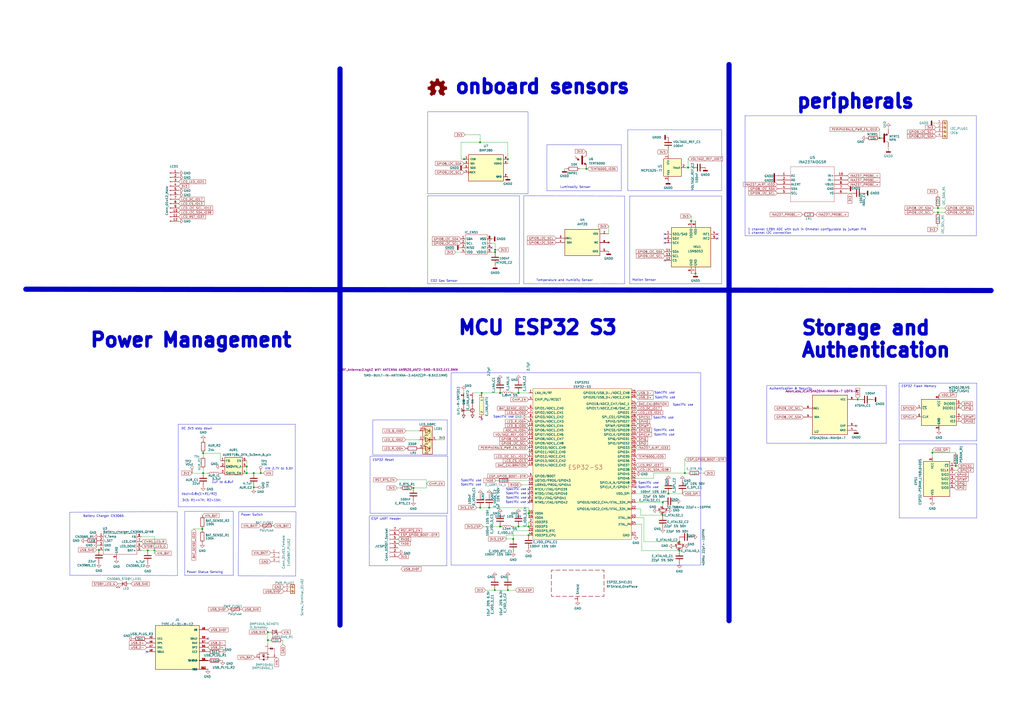
<source format=kicad_sch>
(kicad_sch (version 20230121) (generator eeschema)
  (paper "A2")
  (title_block (title "Smart DAQ Device 1Ch 12Bit ADC / I2C ") (date "2022-10-28") (rev "11-2022") (company "AeonLabs (https://github.com/aeonSolutions)"))
  (lib_symbols
    (symbol "AeonLabs_IC:INA237AIDGSR" (pin_names (offset 0.254))
      (property "Reference" "U" (at 20.32 10.16 0))
      (property "Value" "INA237AIDGSR" (at 20.32 7.62 0))
      (symbol "INA237AIDGSR_0_1"
        (pin bidirectional line (at 0 0 0) (length 7.62) (name "A1") (number "1"))
        (pin input line (at 40.64 0 180) (length 7.62) (name "IN+") (number "10"))
        (pin bidirectional line (at 0 -2.54 0) (length 7.62) (name "A0") (number "2"))
        (pin unspecified line (at 0 -5.08 0) (length 7.62) (name "ALERT") (number "3"))
        (pin unspecified line (at 0 -7.62 0) (length 7.62) (name "SDA") (number "4"))
        (pin unspecified line (at 0 -10.16 0) (length 7.62) (name "SCL") (number "5"))
        (pin unspecified line (at 40.64 -10.16 180) (length 7.62) (name "VS") (number "6"))
        (pin power_out line (at 40.64 -7.62 180) (length 7.62) (name "GND") (number "7"))
        (pin unspecified line (at 40.64 -5.08 180) (length 7.62) (name "VBUS") (number "8"))
        (pin input line (at 40.64 -2.54 180) (length 7.62) (name "IN-") (number "9"))
      )
    )
    (symbol "AeonLabs_Sensors:BMP280" (pin_names (offset 1.016))
      (property "Reference" "U" (at -10.1796 7.6347 0))
      (property "Value" "BMP280" (at -10.1693 -10.1693 0))
      (symbol "BMP280_0_0"
        (pin power_in line (at 12.7 -5.08 180) (length 2.54) (name "GND") (number "1"))
        (pin input line (at -12.7 5.08 0) (length 2.54) (name "CSB") (number "2"))
        (pin bidirectional line (at -12.7 2.54 0) (length 2.54) (name "SDI") (number "3"))
        (pin input clock (at -12.7 -2.54 0) (length 2.54) (name "SCK") (number "4"))
        (pin bidirectional line (at -12.7 0 0) (length 2.54) (name "SDO") (number "5"))
        (pin power_in line (at 12.7 2.54 180) (length 2.54) (name "VDDIO") (number "6"))
        (pin power_in line (at 12.7 -5.08 180) (length 2.54) (name "GND") (number "7"))
        (pin power_in line (at 12.7 5.08 180) (length 2.54) (name "VDD") (number "8"))
      )
    )
    (symbol "AeonLabs_Sensors:ENS160_Gas_Sensor"
      (property "Reference" "IC_ENS" (at -3.81 6.35 0))
      (symbol "ENS160_Gas_Sensor_1_1"
        (pin bidirectional line (at -8.89 2.54 0) (length 2.54) (name "SDA") (number "1"))
        (pin input line (at -8.89 0 0) (length 2.54) (name "SCL") (number "2"))
        (pin bidirectional line (at -8.89 -2.54 0) (length 2.54) (name "MISO") (number "3"))
        (pin power_in line (at -8.89 -5.08 0) (length 2.54) (name "VDD") (number "4"))
        (pin power_in line (at 8.89 -5.08 180) (length 2.54) (name "VDDIO") (number "5"))
        (pin output line (at 8.89 -2.54 180) (length 2.54) (name "INT") (number "6"))
        (pin input line (at 8.89 0 180) (length 2.54) (name "CS") (number "7"))
        (pin power_out line (at 8.89 2.54 180) (length 2.54) (name "VSS") (number "8"))
        (pin power_out line (at 8.89 2.54 180) (length 2.54) (name "VSS") (number "9"))
      )
    )
    (symbol "Battery_Management:Battery_charger_CN3065_QFN8"
      (property "Reference" "U" (at 0 10.16 0))
      (property "Value" "Battery_charger_CN3065_QFN8" (at 1.27 8.89 0))
      (symbol "Battery_charger_CN3065_QFN8_1_1"
        (pin input line (at -12.0396 4.064 0) (length 2.54) (name "V_Temp") (number "1"))
        (pin input line (at -12.0904 1.6256 0) (length 2.54) (name "I_SET") (number "2"))
        (pin output line (at -12.0904 -1.0668 0) (length 2.54) (name "GND") (number "3"))
        (pin input line (at -12.0396 -3.7592 0) (length 2.54) (name "VIN") (number "4"))
        (pin output line (at 12.5984 -4.0132 180) (length 2.54) (name "BAT+") (number "5"))
        (pin output line (at 12.6492 -1.5748 180) (length 2.54) (name "LED_DONE") (number "6"))
        (pin output line (at 12.6492 1.1176 180) (length 2.54) (name "LED_CHR") (number "7"))
        (pin input line (at 12.5984 3.81 180) (length 2.54) (name "FB") (number "8"))
        (pin output line (at -1.8288 -8.9408 90) (length 2.54) (name "GND") (number "9"))
      )
    )
    (symbol "Connector:Conn_01x03_Female" (pin_names (offset 1.016) hide)
      (property "Reference" "J" (at 0 5.08 0))
      (property "Value" "Conn_01x03_Female" (at 0 -5.08 0))
      (symbol "Conn_01x03_Female_1_1"
        (pin passive line (at -5.08 2.54 0) (length 3.81) (name "Pin_1") (number "1"))
        (pin passive line (at -5.08 0 0) (length 3.81) (name "Pin_2") (number "2"))
        (pin passive line (at -5.08 -2.54 0) (length 3.81) (name "Pin_3") (number "3"))
      )
    )
    (symbol "Connector:Conn_01x07_Socket" (pin_names (offset 1.016) hide)
      (property "Reference" "J" (at 0 10.16 0))
      (property "Value" "Conn_01x07_Socket" (at 0 -10.16 0))
      (symbol "Conn_01x07_Socket_1_1"
        (pin passive line (at -5.08 7.62 0) (length 3.81) (name "Pin_1") (number "1"))
        (pin passive line (at -5.08 5.08 0) (length 3.81) (name "Pin_2") (number "2"))
        (pin passive line (at -5.08 2.54 0) (length 3.81) (name "Pin_3") (number "3"))
        (pin passive line (at -5.08 0 0) (length 3.81) (name "Pin_4") (number "4"))
        (pin passive line (at -5.08 -2.54 0) (length 3.81) (name "Pin_5") (number "5"))
        (pin passive line (at -5.08 -5.08 0) (length 3.81) (name "Pin_6") (number "6"))
        (pin passive line (at -5.08 -7.62 0) (length 3.81) (name "Pin_7") (number "7"))
      )
    )
    (symbol "Connector:Conn_01x12_Male" (pin_names (offset 1.016) hide)
      (property "Reference" "J" (at 0 15.24 0))
      (property "Value" "Conn_01x12_Male" (at 0 -17.78 0))
      (symbol "Conn_01x12_Male_1_1"
        (pin passive line (at 5.08 12.7 180) (length 3.81) (name "Pin_1") (number "1"))
        (pin passive line (at 5.08 -10.16 180) (length 3.81) (name "Pin_10") (number "10"))
        (pin passive line (at 5.08 -12.7 180) (length 3.81) (name "Pin_11") (number "11"))
        (pin passive line (at 5.08 -15.24 180) (length 3.81) (name "Pin_12") (number "12"))
        (pin passive line (at 5.08 10.16 180) (length 3.81) (name "Pin_2") (number "2"))
        (pin passive line (at 5.08 7.62 180) (length 3.81) (name "Pin_3") (number "3"))
        (pin passive line (at 5.08 5.08 180) (length 3.81) (name "Pin_4") (number "4"))
        (pin passive line (at 5.08 2.54 180) (length 3.81) (name "Pin_5") (number "5"))
        (pin passive line (at 5.08 0 180) (length 3.81) (name "Pin_6") (number "6"))
        (pin passive line (at 5.08 -2.54 180) (length 3.81) (name "Pin_7") (number "7"))
        (pin passive line (at 5.08 -5.08 180) (length 3.81) (name "Pin_8") (number "8"))
        (pin passive line (at 5.08 -7.62 180) (length 3.81) (name "Pin_9") (number "9"))
      )
    )
    (symbol "Connector:Screw_Terminal_01x02" (pin_names (offset 1.016) hide)
      (property "Reference" "J" (at 0 2.54 0))
      (property "Value" "Screw_Terminal_01x02" (at 0 -5.08 0))
      (symbol "Screw_Terminal_01x02_1_1"
        (pin passive line (at -5.08 0 0) (length 3.81) (name "Pin_1") (number "1"))
        (pin passive line (at -5.08 -2.54 0) (length 3.81) (name "Pin_2") (number "2"))
      )
    )
    (symbol "Connector:Screw_Terminal_01x04" (pin_names (offset 1.016) hide)
      (property "Reference" "J" (at 0 5.08 0))
      (property "Value" "Screw_Terminal_01x04" (at 0 -7.62 0))
      (symbol "Screw_Terminal_01x04_1_1"
        (pin passive line (at -5.08 2.54 0) (length 3.81) (name "Pin_1") (number "1"))
        (pin passive line (at -5.08 0 0) (length 3.81) (name "Pin_2") (number "2"))
        (pin passive line (at -5.08 -2.54 0) (length 3.81) (name "Pin_3") (number "3"))
        (pin passive line (at -5.08 -5.08 0) (length 3.81) (name "Pin_4") (number "4"))
      )
    )
    (symbol "Connector:TestPoint" (pin_numbers hide) (pin_names (offset 0.762) hide)
      (property "Reference" "TP" (at 0 6.858 0))
      (property "Value" "TestPoint" (at 0 5.08 0))
      (symbol "TestPoint_1_1"
        (pin passive line (at 0 0 90) (length 2.54) (name "1") (number "1"))
      )
    )
    (symbol "Device:ATSHA204A-MAHDA-T" (pin_names (offset 1.016))
      (property "Reference" "U" (at -9.906 7.62 0))
      (property "Value" "ATSHA204A-MAHDA-T" (at -10.1854 -15.2654 0))
      (property "Footprint" "Package_SO:ATSHA204A Auth SOIC8" (at -7.112 14.478 0))
      (symbol "ATSHA204A-MAHDA-T_0_0"
        (pin power_in line (at 15.24 -10.16 180) (length 5.08) (name "GND") (number "4"))
        (pin bidirectional line (at -15.24 -2.54 0) (length 5.08) (name "SDA") (number "5"))
        (pin input clock (at -15.24 2.54 0) (length 5.08) (name "SCL") (number "6"))
        (pin power_in line (at 15.24 7.62 180) (length 5.08) (name "VCC") (number "8"))
        (pin power_in line (at 15.24 -7.62 180) (length 5.08) (name "EXP") (number "9"))
      )
    )
    (symbol "Device:C" (pin_numbers hide) (pin_names (offset 0.254))
      (property "Reference" "C" (at 0.635 2.54 0))
      (property "Value" "C" (at 0.635 -2.54 0))
      (symbol "C_1_1"
        (pin passive line (at 0 3.81 270) (length 2.794) (name "~") (number "1"))
        (pin passive line (at 0 -3.81 90) (length 2.794) (name "~") (number "2"))
      )
    )
    (symbol "Device:Crystal_GND24_Small" (pin_names (offset 1.016) hide)
      (property "Reference" "Y" (at 1.27 4.445 0))
      (property "Value" "Crystal_GND24_Small" (at 1.27 2.54 0))
      (symbol "Crystal_GND24_Small_1_1"
        (pin passive line (at -2.54 0 0) (length 1.27) (name "1") (number "1"))
        (pin passive line (at 0 -2.54 90) (length 0.635) (name "2") (number "2"))
        (pin passive line (at 2.54 0 180) (length 1.27) (name "3") (number "3"))
        (pin passive line (at 0 2.54 270) (length 0.635) (name "4") (number "4"))
      )
    )
    (symbol "Device:D_Schottky" (pin_numbers hide) (pin_names (offset 1.016) hide)
      (property "Reference" "D" (at 0 2.54 0))
      (property "Value" "D_Schottky" (at 0 -2.54 0))
      (symbol "D_Schottky_1_1"
        (pin passive line (at -3.81 0 0) (length 2.54) (name "K") (number "1"))
        (pin passive line (at 3.81 0 180) (length 2.54) (name "A") (number "2"))
      )
    )
    (symbol "Device:L" (pin_numbers hide) (pin_names (offset 1.016) hide)
      (property "Reference" "L" (at -1.27 0 90))
      (property "Value" "L" (at 1.905 0 90))
      (symbol "L_1_1"
        (pin passive line (at 0 3.81 270) (length 1.27) (name "1") (number "1"))
        (pin passive line (at 0 -3.81 90) (length 1.27) (name "2") (number "2"))
      )
    )
    (symbol "Device:LED" (pin_numbers hide) (pin_names (offset 1.016) hide)
      (property "Reference" "D" (at 0 2.54 0))
      (property "Value" "LED" (at 0 -2.54 0))
      (symbol "LED_1_1"
        (pin passive line (at -3.81 0 0) (length 2.54) (name "K") (number "1"))
        (pin passive line (at 3.81 0 180) (length 2.54) (name "A") (number "2"))
      )
    )
    (symbol "Device:LED_GBRC" (pin_names (offset 0) hide)
      (property "Reference" "D" (at 0 9.398 0))
      (property "Value" "Device_LED_GBRC" (at 0 -8.89 0))
      (symbol "LED_GBRC_0_0"
        (text "B" (at 1.905 -6.35 0) (effects (font (size 1.27 1.27))))
        (text "G" (at 1.905 -1.27 0) (effects (font (size 1.27 1.27))))
        (text "R" (at 1.905 3.81 0) (effects (font (size 1.27 1.27))))
      )
      (symbol "LED_GBRC_1_1"
        (pin passive line (at 5.08 0 180) (length 2.54) (name "GA") (number "1"))
        (pin passive line (at 5.08 -5.08 180) (length 2.54) (name "BA") (number "2"))
        (pin passive line (at 5.08 5.08 180) (length 2.54) (name "RA") (number "3"))
        (pin passive line (at -5.08 0 0) (length 2.54) (name "K") (number "4"))
      )
    )
    (symbol "Device:Polyfuse" (pin_numbers hide) (pin_names (offset 0))
      (property "Reference" "F" (at -2.54 0 90))
      (property "Value" "Polyfuse" (at 2.54 0 90))
      (symbol "Polyfuse_1_1"
        (pin passive line (at 0 3.81 270) (length 1.27) (name "~") (number "1"))
        (pin passive line (at 0 -3.81 90) (length 1.27) (name "~") (number "2"))
      )
    )
    (symbol "Device:R" (pin_numbers hide) (pin_names (offset 0))
      (property "Reference" "R" (at 2.032 0 90))
      (property "Value" "R" (at 0 0 90))
      (symbol "R_1_1"
        (pin passive line (at 0 3.81 270) (length 1.27) (name "~") (number "1"))
        (pin passive line (at 0 -3.81 90) (length 1.27) (name "~") (number "2"))
      )
    )
    (symbol "Device:RFShield_OnePiece" (pin_names (offset 1.016))
      (property "Reference" "J" (at 0 5.08 0))
      (property "Value" "RFShield_OnePiece" (at 0 2.54 0))
      (symbol "RFShield_OnePiece_1_1"
        (pin passive line (at 0 -10.16 90) (length 2.54) (name "Shield") (number "1"))
      )
    )
    (symbol "Device:SMD-BUILT-IN-ANTENNA-2.4GHZ(2P-9.5X2.1MM)" (pin_names (offset 1.016))
      (property "Reference" "ANT" (at -2.54 1.905 0))
      (property "Value" "SMD-BUILT-IN-ANTENNA-2.4GHZ(2P-9.5X2.1MM)" (at -15.24 8.89 0))
      (property "Footprint" "RF_Antenna:AN9520_ANT2-SMD-9.5X2.1X1.0MM" (at -7.62 5.08 0))
      (symbol "SMD-BUILT-IN-ANTENNA-2.4GHZ(2P-9.5X2.1MM)_0_0"
        (pin bidirectional line (at -7.62 0 0) (length 2.54) (name "1") (number "1"))
        (pin bidirectional line (at 7.62 0 180) (length 2.54) (name "2") (number "2"))
      )
    )
    (symbol "Espressif:ESP32-S3" (pin_names (offset 1.016))
      (property "Reference" "U" (at 0 46.99 0))
      (property "Value" "ESP32-S3" (at 0 -43.18 0))
      (symbol "ESP32-S3_0_0"
        (text "ESP32-S3" (at 1.27 0 0) (effects (font (size 2.54 2.54))))
        (pin bidirectional line (at 30.48 -8.89 180) (length 2.54) (name "SPICLK_N/GPIO48") (number "36"))
        (pin bidirectional line (at 30.48 -11.43 180) (length 2.54) (name "SPICLK_P/GPIO47") (number "37"))
      )
      (symbol "ESP32-S3_1_1"
        (pin bidirectional line (at -31.75 43.18 0) (length 2.54) (name "LNA_IN/RF") (number "1"))
        (pin bidirectional line (at -31.75 24.13 0) (length 2.54) (name "GPIO5/ADC1_CH4") (number "10"))
        (pin bidirectional line (at -31.75 21.59 0) (length 2.54) (name "GPIO6/ADC1_CH5") (number "11"))
        (pin bidirectional line (at -31.75 19.05 0) (length 2.54) (name "GPIO7/ADC1_CH6") (number "12"))
        (pin bidirectional line (at -31.75 16.51 0) (length 2.54) (name "GPIO8/ADC1_CH7") (number "13"))
        (pin bidirectional line (at -31.75 13.97 0) (length 2.54) (name "GPIO9/ADC1_CH8") (number "14"))
        (pin bidirectional line (at -31.75 11.43 0) (length 2.54) (name "GPIO10/ADC1_CH9") (number "15"))
        (pin bidirectional line (at -31.75 8.89 0) (length 2.54) (name "GPIO11/ADC2_CH0") (number "16"))
        (pin bidirectional line (at -31.75 6.35 0) (length 2.54) (name "GPIO12/ADC2_CH1") (number "17"))
        (pin bidirectional line (at -31.75 3.81 0) (length 2.54) (name "GPIO13/ADC2_CH2") (number "18"))
        (pin bidirectional line (at -31.75 1.27 0) (length 2.54) (name "GPIO14/ADC2_CH3") (number "19"))
        (pin power_in line (at -31.75 -31.75 0) (length 2.54) (name "VDD3P3") (number "2"))
        (pin power_in line (at -31.75 -36.83 0) (length 2.54) (name "VDD3P3_RTC") (number "20"))
        (pin input clock (at 30.48 -20.32 180) (length 2.54) (name "GPIO15/ADC2_CH4/XTAL_32K_P") (number "21"))
        (pin output clock (at 30.48 -24.13 180) (length 2.54) (name "GPIO16/ADC2_CH5/XTAL_32K_N") (number "22"))
        (pin bidirectional line (at 30.48 34.29 180) (length 2.54) (name "GPIO17/ADC2_CH6/DAC_2") (number "23"))
        (pin bidirectional line (at 30.48 36.83 180) (length 2.54) (name "GPIO18/ADC2_CH7/DAC_1") (number "24"))
        (pin bidirectional line (at 30.48 43.18 180) (length 2.54) (name "GPIO19/USB_D-/ADC2_CH8") (number "25"))
        (pin bidirectional line (at 30.48 40.64 180) (length 2.54) (name "GPIO20/USB_D+/ADC2_CH9") (number "26"))
        (pin bidirectional line (at 30.48 31.75 180) (length 2.54) (name "GPIO21") (number "27"))
        (pin bidirectional line (at 30.48 29.21 180) (length 2.54) (name "SPI_CS1/GPIO26") (number "28"))
        (pin power_out line (at 30.48 -15.24 180) (length 2.54) (name "VDD_SPI") (number "29"))
        (pin power_in line (at -31.75 -34.29 0) (length 2.54) (name "VDD3P3") (number "3"))
        (pin bidirectional line (at 30.48 26.67 180) (length 2.54) (name "SPIHD/GPIO27") (number "30"))
        (pin bidirectional line (at 30.48 24.13 180) (length 2.54) (name "SPIWP/GPIO28") (number "31"))
        (pin bidirectional line (at 30.48 21.59 180) (length 2.54) (name "SPICS0/GPIO29") (number "32"))
        (pin bidirectional line (at 30.48 19.05 180) (length 2.54) (name "SPICLK/GPIO30") (number "33"))
        (pin bidirectional line (at 30.48 16.51 180) (length 2.54) (name "SPIQ/GPIO31") (number "34"))
        (pin bidirectional line (at 30.48 13.97 180) (length 2.54) (name "SPID/GPIO32") (number "35"))
        (pin bidirectional line (at 30.48 11.43 180) (length 2.54) (name "GPIO33") (number "38"))
        (pin bidirectional line (at 30.48 8.89 180) (length 2.54) (name "GPIO34") (number "39"))
        (pin input line (at -31.75 39.37 0) (length 2.54) (name "CHIP_PU/RESET") (number "4"))
        (pin bidirectional line (at 30.48 6.35 180) (length 2.54) (name "GPIO35") (number "40"))
        (pin bidirectional line (at 30.48 3.81 180) (length 2.54) (name "GPIO36") (number "41"))
        (pin bidirectional line (at 30.48 1.27 180) (length 2.54) (name "GPIO37") (number "42"))
        (pin bidirectional line (at 30.48 -1.27 180) (length 2.54) (name "GPIO38") (number "43"))
        (pin bidirectional line (at -31.75 -12.7 0) (length 2.54) (name "MTCK/JTAG/GPIO39") (number "44"))
        (pin bidirectional line (at -31.75 -15.24 0) (length 2.54) (name "MTDO/JTAG/GPIO40") (number "45"))
        (pin power_in line (at -31.75 -39.37 0) (length 2.54) (name "VDD3P3_CPU") (number "46"))
        (pin bidirectional line (at -31.75 -17.78 0) (length 2.54) (name "MTDI/JTAG/GPIO41") (number "47"))
        (pin bidirectional line (at -31.75 -20.32 0) (length 2.54) (name "MTMS/JTAG/GPIO42") (number "48"))
        (pin bidirectional line (at -31.75 -7.62 0) (length 2.54) (name "U0TXD/PROG/GPIO43") (number "49"))
        (pin bidirectional line (at -31.75 -5.08 0) (length 2.54) (name "GPIO0/BOOT") (number "5"))
        (pin bidirectional line (at -31.75 -10.16 0) (length 2.54) (name "U0RXD/PROG/GPIO44") (number "50"))
        (pin bidirectional line (at 30.48 -3.81 180) (length 2.54) (name "GPIO45") (number "51"))
        (pin bidirectional line (at 30.48 -6.35 180) (length 2.54) (name "GPIO46") (number "52"))
        (pin input clock (at 30.48 -29.21 180) (length 2.54) (name "XTAL_N") (number "53"))
        (pin output clock (at 30.48 -33.02 180) (length 2.54) (name "XTAL_P") (number "54"))
        (pin power_in line (at -31.75 -26.67 0) (length 2.54) (name "VDDA") (number "55"))
        (pin power_in line (at -31.75 -29.21 0) (length 2.54) (name "VDDA") (number "56"))
        (pin power_in line (at 30.48 -39.37 180) (length 2.54) (name "GND") (number "57"))
        (pin bidirectional line (at -31.75 34.29 0) (length 2.54) (name "GPIO1/ADC1_CH0") (number "6"))
        (pin bidirectional line (at -31.75 31.75 0) (length 2.54) (name "GPIO2/ADC1_CH1") (number "7"))
        (pin bidirectional line (at -31.75 29.21 0) (length 2.54) (name "GPIO3/ADC1_CH2") (number "8"))
        (pin bidirectional line (at -31.75 26.67 0) (length 2.54) (name "GPIO4/ADC1_CH3") (number "9"))
      )
    )
    (symbol "Graphic:Logo_Open_Hardware_Small" (pin_names (offset 1.016)))
    (symbol "Interface_USB:TYPE-C-31-M-12" (pin_names (offset 1.016))
      (property "Reference" "J1" (at 0 16.0274 0))
      (property "Value" "TYPE-C-31-M-12" (at 0 13.4874 0))
      (symbol "TYPE-C-31-M-12_0_0"
        (pin bidirectional line (at -17.78 5.08 0) (length 5.08) (name "CC1") (number "A5"))
        (pin bidirectional line (at -17.78 2.54 0) (length 5.08) (name "DP1") (number "A6"))
        (pin bidirectional line (at -17.78 0 0) (length 5.08) (name "DN1") (number "A7"))
        (pin bidirectional line (at -17.78 -2.54 0) (length 5.08) (name "SBU1") (number "A8"))
        (pin power_in line (at 17.78 -12.7 180) (length 5.08) (name "B1") (number "B1"))
        (pin bidirectional line (at 17.78 -2.54 180) (length 5.08) (name "CC2") (number "B5"))
        (pin bidirectional line (at 17.78 0 180) (length 5.08) (name "DP2") (number "B6"))
        (pin bidirectional line (at 17.78 2.54 180) (length 5.08) (name "DN2") (number "B7"))
        (pin bidirectional line (at 17.78 5.08 180) (length 5.08) (name "SBU2") (number "B8"))
        (pin passive line (at 17.78 -7.62 180) (length 5.08) (name "SHIELD") (number "S1"))
        (pin passive line (at 17.78 -7.62 180) (length 5.08) (name "SHIELD") (number "S2"))
        (pin passive line (at 17.78 -7.62 180) (length 5.08) (name "SHIELD") (number "S3"))
        (pin passive line (at 17.78 -7.62 180) (length 5.08) (name "SHIELD") (number "S4"))
      )
      (symbol "TYPE-C-31-M-12_1_0"
        (pin power_in line (at 17.78 10.16 180) (length 5.08) (name "A4") (number "A4"))
        (pin power_in line (at 17.78 10.16 180) (length 5.08) (name "A9") (number "A9"))
        (pin power_in line (at 17.78 -12.7 180) (length 5.08) (name "B12") (number "B12"))
      )
    )
    (symbol "MMBT2907A:MMBT2907A" (pin_numbers hide) (pin_names (offset 1.016) hide)
      (property "Reference" "Q" (at -10.1854 5.1054 0))
      (property "Value" "MMBT2907A_MMBT2907A" (at -10.16 -7.62 0))
      (symbol "MMBT2907A_0_0"
        (pin passive line (at -2.54 0 0) (length 2.54) (name "~") (number "1"))
        (pin passive line (at 2.54 5.08 270) (length 2.54) (name "~") (number "2"))
        (pin passive line (at 2.54 -5.08 90) (length 2.54) (name "~") (number "3"))
      )
    )
    (symbol "Memory_Flash:SPI_Flash_W25Q128JVS"
      (property "Reference" "ESP_FLASH1" (at -12.7 11.43 0))
      (property "Value" "W25Q128JVS" (at -14.478 9.398 0))
      (symbol "SPI_Flash_W25Q128JVS_1_1"
        (pin input line (at -12.7 2.54 0) (length 2.54) (name "~{CS}") (number "1"))
        (pin bidirectional line (at 12.7 2.54 180) (length 2.54) (name "DO(IO1)") (number "2"))
        (pin bidirectional line (at 12.7 -2.54 180) (length 2.54) (name "IO2") (number "3"))
        (pin power_in line (at 0 -10.16 90) (length 2.54) (name "GND") (number "4"))
        (pin bidirectional line (at 12.7 5.08 180) (length 2.54) (name "DI(IO0)") (number "5"))
        (pin input line (at -12.7 -2.54 0) (length 2.54) (name "CLK") (number "6"))
        (pin bidirectional line (at 12.7 -5.08 180) (length 2.54) (name "IO3") (number "7"))
        (pin power_in line (at 0 10.16 270) (length 2.54) (name "VCC") (number "8"))
        (pin power_in line (at 0 -10.16 90) (length 2.54) (name "GND") (number "9"))
      )
    )
    (symbol "Memory_RAM:ESP32-PSRAM_LY68L6400S"
      (property "Reference" "EPS" (at -5.08 0.508 0))
      (property "Value" "ESP32-PSRAM_LY68L6400S" (at -12.192 23.368 0))
      (symbol "ESP32-PSRAM_LY68L6400S_1_1"
        (pin input line (at 10.16 7.62 180) (length 2.54) (name "~{CE}") (number "1"))
        (pin input line (at 10.16 -2.54 180) (length 2.54) (name "SIO1") (number "2"))
        (pin bidirectional line (at 10.16 0 180) (length 2.54) (name "SIO2") (number "3"))
        (pin power_in line (at -2.54 -12.7 90) (length 2.54) (name "VSS") (number "4"))
        (pin output line (at 10.16 -5.08 180) (length 2.54) (name "SiO0") (number "5"))
        (pin output line (at 10.16 5.08 180) (length 2.54) (name "SCLK") (number "6"))
        (pin bidirectional line (at 10.16 2.54 180) (length 2.54) (name "SIO3") (number "7"))
        (pin power_in line (at -2.54 12.7 270) (length 2.54) (name "VCC") (number "8"))
      )
    )
    (symbol "Power_Management:ST01S09_AUR9718x_DFN_3x3mm_6_pin"
      (property "Reference" "AU1" (at -2.54 10.033 0))
      (property "Value" "AUR9718x_DFN_3x3mm_6_pin" (at -2.54 7.493 0))
      (symbol "ST01S09_AUR9718x_DFN_3x3mm_6_pin_1_1"
        (pin input line (at -10.16 3.048 0) (length 2.54) (name "FB") (number "1"))
        (pin output line (at -10.16 -0.254 0) (length 2.54) (name "GND") (number "2"))
        (pin bidirectional line (at -10.16 -4.064 0) (length 2.54) (name "SW") (number "3"))
        (pin input line (at 5.08 -4.064 180) (length 2.54) (name "VIN_SW") (number "4"))
        (pin power_out line (at 5.08 -0.254 180) (length 2.54) (name "VIN_A") (number "5"))
        (pin power_in line (at 5.08 3.048 180) (length 2.54) (name "EN") (number "6"))
        (pin output line (at -10.16 -0.254 0) (length 2.54) (name "GND") (number "7"))
      )
    )
    (symbol "RF:U.FL-R-SMT(01)" (pin_names (offset 1.016))
      (property "Reference" "J" (at -3.81 4.064 0))
      (property "Value" "U.FL-R-SMT(01)" (at -4.318 -5.588 0))
      (symbol "U.FL-R-SMT(01)_0_0"
        (pin passive line (at -10.16 -2.54 0) (length 2.54) (name "GND") (number "1"))
        (pin passive line (at -10.16 -2.54 0) (length 2.54) (name "GND") (number "2"))
        (pin passive line (at -10.16 2.54 0) (length 2.54) (name "SIG") (number "3"))
      )
    )
    (symbol "Reference_Voltage:MCP1525-TT"
      (property "Reference" "U" (at 1.27 8.255 0))
      (property "Value" "MCP1525-TT" (at 1.27 6.35 0))
      (symbol "MCP1525-TT_1_1"
        (pin power_in line (at 0 7.62 270) (length 2.54) (name "Vin") (number "1"))
        (pin power_out line (at 10.16 0 180) (length 2.54) (name "Vout") (number "2"))
        (pin power_in line (at 0 -7.62 90) (length 2.54) (name "Vss") (number "3"))
      )
    )
    (symbol "Sensor:AHT20" (pin_names (offset 1.016))
      (property "Reference" "U" (at -10.16 8.509 0))
      (property "Value" "AHT20" (at -10.16 -10.16 0))
      (symbol "AHT20_0_0"
        (pin no_connect line (at 15.24 0 180) (length 5.08) (name "NC") (number "1"))
        (pin power_in line (at 15.24 5.08 180) (length 5.08) (name "VDD") (number "2"))
        (pin input clock (at -15.24 2.54 0) (length 5.08) (name "SCL") (number "3"))
        (pin bidirectional line (at -15.24 0 0) (length 5.08) (name "SDA") (number "4"))
        (pin power_in line (at 15.24 -5.08 180) (length 5.08) (name "GND") (number "5"))
        (pin no_connect line (at 15.24 0 180) (length 5.08) (name "NC") (number "6"))
      )
    )
    (symbol "Sensor_Motion:LSM6DS3"
      (property "Reference" "U" (at -11.43 15.24 0))
      (property "Value" "LSM6DS3" (at -11.43 12.7 0))
      (symbol "LSM6DS3_1_1"
        (pin bidirectional line (at -15.24 7.62 0) (length 3.81) (name "SDO/SA0") (number "1"))
        (pin no_connect line (at 10.16 -5.08 180) (length 3.81) hide (name "NC") (number "10"))
        (pin no_connect line (at 10.16 -2.54 180) (length 3.81) hide (name "NC") (number "11"))
        (pin input line (at -15.24 -7.62 0) (length 3.81) (name "CS") (number "12"))
        (pin input line (at -15.24 -5.08 0) (length 3.81) (name "SCL") (number "13"))
        (pin bidirectional line (at -15.24 -2.54 0) (length 3.81) (name "SDA") (number "14"))
        (pin bidirectional line (at -15.24 5.08 0) (length 3.81) (name "SDX") (number "2"))
        (pin input line (at -15.24 2.54 0) (length 3.81) (name "SCX") (number "3"))
        (pin output line (at 15.24 7.62 180) (length 3.81) (name "INT1") (number "4"))
        (pin power_in line (at 0 15.24 270) (length 3.81) (name "VDDIO") (number "5"))
        (pin power_in line (at 0 -15.24 90) (length 3.81) (name "GND") (number "6"))
        (pin power_in line (at 2.54 -15.24 90) (length 3.81) (name "GND") (number "7"))
        (pin power_in line (at 2.54 15.24 270) (length 3.81) (name "VDD") (number "8"))
        (pin output line (at 15.24 5.08 180) (length 3.81) (name "INT2") (number "9"))
      )
    )
    (symbol "TEMT6000_1" (pin_numbers hide) (pin_names (offset 1.016) hide)
      (property "Reference" "U" (at 5.08 2.54 0))
      (property "Value" "TEMT6000" (at 5.08 -5.08 0))
      (symbol "TEMT6000_1_0_0"
        (pin passive line (at 2.54 5.08 270) (length 2.54) (name "~") (number "COLLECTOR"))
        (pin passive line (at 2.54 -5.08 90) (length 2.54) (name "~") (number "EMITTER"))
      )
    )
    (symbol "Transistor_FET:DMP1045U" (pin_names (offset 1.016))
      (property "Reference" "Q" (at -10.16 7.62 0))
      (property "Value" "DMP1045U" (at -10.16 -7.62 0))
      (symbol "DMP1045U_0_0"
        (pin passive line (at -5.08 2.54 0) (length 2.54) (name "~") (number "1"))
        (pin passive line (at 2.54 7.62 270) (length 2.54) (name "~") (number "2"))
        (pin passive line (at 2.54 -5.08 90) (length 2.54) (name "~") (number "3"))
      )
    )
    (symbol "power:GND" (power) (pin_names (offset 0))
      (property "Value" "GND" (at 0 -3.81 0))
      (symbol "GND_1_1"
        (pin power_in line (at 0 0 270) (length 0) hide (name "GND") (number "1"))
      )
    )
    (symbol "power:GNDD" (power) (pin_names (offset 0))
      (property "Value" "GNDD" (at 0 -3.175 0))
      (symbol "GNDD_1_1"
        (pin power_in line (at 0 0 270) (length 0) hide (name "GNDD") (number "1"))
      )
    )
  )
  (junction (at 294.6146 342.3158))
  (junction (at 279.4254 227.9396))
  (junction (at 387.7564 286.3596))
  (junction (at 384.4544 291.4396))
  (junction (at 278.4856 82.55))
  (junction (at 283.7434 294.4876))
  (junction (at 306.6034 305.4096))
  (junction (at 340.1314 97.9424))
  (junction (at 397.256 274.4216))
  (junction (at 155.3972 366.7252))
  (junction (at 540.8422 262.6106))
  (junction (at 286.9946 342.3158))
  (junction (at 287.1978 146.2278))
  (junction (at 117.348 306.832))
  (junction (at 306.6034 297.7896))
  (junction (at 294.5892 92.329))
  (junction (at 155.3972 371.348))
  (junction (at 399.1356 97.2058))
  (junction (at 510.2606 80.0862))
  (junction (at 290.0934 227.9396))
  (junction (at 147.193 282.702))
  (junction (at 117.856 262.89))
  (junction (at 269.1892 92.329))
  (junction (at 544.0426 123.2154))
  (junction (at 89.6366 319.278))
  (junction (at 394.1064 319.3796))
  (junction (at 497.5352 231.7496))
  (junction (at 554.4312 270.2306))
  (junction (at 384.4544 298.8056))
  (junction (at 278.5618 294.4876))
  (junction (at 306.6034 310.4896))
  (junction (at 151.257 274.447))
  (junction (at 544.0426 120.6754))
  (junction (at 297.7134 312.6486))
  (junction (at 290.0934 305.4096))
  (junction (at 403.4536 158.6738))
  (junction (at 400.9136 128.1938))
  (junction (at 57.3786 319.024))
  (junction (at 300.7614 305.4096))
  (junction (at 239.8014 283.0576))
  (junction (at 143.129 270.637))
  (junction (at 85.6996 319.278))
  (junction (at 394.1064 314.2996))
  (junction (at 287.1978 144.907))
  (junction (at 117.856 274.447))
  (junction (at 147.193 274.447))
  (junction (at 143.129 274.447))
  (junction (at 300.7614 227.9396))
  (no_connect (at 285.1658 143.6878))
  (no_connect (at 385.6736 138.3538))
  (no_connect (at 368.8334 282.5496))
  (no_connect (at 416.1536 135.8138))
  (no_connect (at 416.1536 138.3538))
  (no_connect (at 306.6034 291.4396))
  (no_connect (at 385.6736 140.8938))
  (no_connect (at 306.6034 286.3596))
  (no_connect (at 306.6034 283.8196))
  (no_connect (at 368.8334 280.0096))
  (no_connect (at 496.6462 246.9896))
  (no_connect (at 85.09 378.079))
  (no_connect (at 306.6034 288.8996))
  (no_connect (at 385.6736 135.8138))
  (no_connect (at 385.6736 151.0538))
  (no_connect (at 279.4508 243.205))
  (no_connect (at 120.65 370.459))
  (polyline (pts (xy 566.6232 257.5306) (xy 521.6652 257.5306)))
  (wire (pts (xy 493.8776 112.0394) (xy 491.5916 112.0394)))
  (wire (pts (xy 274.0914 227.9396) (xy 279.4254 227.9396)))
  (polyline (pts (xy 107.188 296.672) (xy 107.188 333.756)))
  (wire (pts (xy 306.6034 307.9496) (xy 297.7134 307.9496)))
  (polyline (pts (xy 303.784 164.5412) (xy 303.784 113.6142)))
  (wire (pts (xy 147.193 274.447) (xy 151.257 274.447)))
  (wire (pts (xy 267.4366 92.329) (xy 269.1892 92.329)))
  (wire (pts (xy 403.4536 128.1938) (xy 400.9136 128.1938)))
  (wire (pts (xy 397.256 274.4216) (xy 379.1204 274.4216)))
  (polyline (pts (xy 418.5666 113.7158) (xy 418.5666 164.6428)))
  (polyline (pts (xy 259.6134 264.6426) (xy 259.6134 297.7896)))
  (wire (pts (xy 278.4856 82.55) (xy 294.5892 82.55)))
  (wire (pts (xy 542.7726 73.9394) (xy 543.0266 73.9394)))
  (polyline (pts (xy 514.0452 223.6216) (xy 514.0452 257.1496)))
  (wire (pts (xy 164.084 373.7356) (xy 164.084 371.348)))
  (polyline (pts (xy 432.181 67.056) (xy 432.181 136.779)))
  (polyline (pts (xy 364.0836 75.2348) (xy 364.0836 75.3618)))
  (wire (pts (xy 339.6234 87.7824) (xy 340.1314 87.7824)))
  (wire (pts (xy 384.4544 290.8046) (xy 384.4544 291.4396)))
  (wire (pts (xy 300.7614 305.4096) (xy 306.6034 305.4096)))
  (polyline (pts (xy 521.5382 222.2246) (xy 566.6232 222.2246)))
  (wire (pts (xy 306.6034 294.4876) (xy 306.6034 297.7896)))
  (wire (pts (xy 82.0166 319.278) (xy 85.6996 319.278)))
  (polyline (pts (xy 432.181 136.779) (xy 566.42 136.779)))
  (polyline (pts (xy 365.2266 164.6428) (xy 365.2266 113.7158)))
  (wire (pts (xy 242.9764 249.9614) (xy 235.4834 249.9614)))
  (wire (pts (xy 287.1978 144.907) (xy 288.8996 144.907)))
  (wire (pts (xy 371.6274 295.2496) (xy 368.8334 295.2496)))
  (polyline (pts (xy 365.2266 113.7158) (xy 418.5666 113.7158)))
  (wire (pts (xy 281.6606 342.3158) (xy 286.9946 342.3158)))
  (wire (pts (xy 540.8422 262.6106) (xy 540.8422 265.1506)))
  (polyline (pts (xy 40.4876 297.0784) (xy 40.5638 333.7052)))
  (wire (pts (xy 401.5486 97.2058) (xy 399.1356 97.2058)))
  (polyline (pts (xy 364.0836 110.5408) (xy 418.5666 110.5408)))
  (wire (pts (xy 544.0426 123.2154) (xy 548.1066 123.2154)))
  (polyline (pts (xy 138.43 296.926) (xy 171.704 296.926)))
  (wire (pts (xy 85.6996 319.278) (xy 89.6366 319.278)))
  (wire (pts (xy 117.348 306.832) (xy 117.348 307.467)))
  (polyline (pts (xy 418.5666 75.3618) (xy 364.0836 75.3618)))
  (polyline (pts (xy 303.784 164.5412) (xy 362.3056 164.6428)))
  (wire (pts (xy 497.5352 231.7496) (xy 498.5004 231.7496)))
  (wire (pts (xy 293.7764 312.6486) (xy 293.7764 310.4896)))
  (polyline (pts (xy 216.3064 263.9314) (xy 259.4864 263.9314)))
  (wire (pts (xy 336.3214 97.9424) (xy 340.1314 97.9424)))
  (polyline (pts (xy 317.2714 83.9724) (xy 360.4514 83.9724)))
  (polyline (pts (xy 248.0056 164.5666) (xy 301.3456 164.5666)))
  (wire (pts (xy 155.3972 366.7252) (xy 155.3972 371.348)))
  (wire (pts (xy 328.7014 97.9424) (xy 327.4314 97.9424)))
  (polyline (pts (xy 214.2744 328.2442) (xy 259.2324 328.2442)))
  (wire (pts (xy 297.7134 227.9396) (xy 300.7614 227.9396)))
  (wire (pts (xy 267.4366 92.329) (xy 267.4366 82.55)))
  (wire (pts (xy 297.7134 307.9496) (xy 297.7134 312.6486)))
  (polyline (pts (xy 103.378 294.005) (xy 103.378 246.126)))
  (polyline (pts (xy 422.91 37.465) (xy 422.91 360.045)) (stroke (width 3)))
  (polyline (pts (xy 406.4254 216.2556) (xy 406.4254 327.7616)))
  (wire (pts (xy 510.2606 75.0062) (xy 510.2606 80.0862)))
  (wire (pts (xy 544.0426 120.6754) (xy 548.1066 120.6754)))
  (wire (pts (xy 278.5618 294.5384) (xy 278.5618 294.4876)))
  (wire (pts (xy 403.4536 158.6738) (xy 400.9136 158.6738)))
  (wire (pts (xy 554.4312 270.2306) (xy 555.4472 270.2306)))
  (wire (pts (xy 285.1658 146.2278) (xy 287.1978 146.2278)))
  (wire (pts (xy 269.2146 92.329) (xy 269.1892 92.329)))
  (wire (pts (xy 394.1064 311.5056) (xy 394.1064 314.2996)))
  (wire (pts (xy 302.4124 281.2796) (xy 306.6034 281.2796)))
  (wire (pts (xy 394.1064 314.2996) (xy 373.5324 314.2996)))
  (polyline (pts (xy 521.6652 257.5306) (xy 521.6652 258.8006)))
  (wire (pts (xy 372.2624 304.1396) (xy 368.8334 304.1396)))
  (polyline (pts (xy 216.3064 243.6114) (xy 216.3064 263.9314)))
  (wire (pts (xy 112.395 306.832) (xy 117.348 306.832)))
  (wire (pts (xy 283.7434 294.4876) (xy 278.5618 294.4876)))
  (polyline (pts (xy 360.4514 110.6424) (xy 317.2714 110.6424)))
  (wire (pts (xy 283.7434 294.4876) (xy 306.6034 294.4876)))
  (polyline (pts (xy 214.6554 264.6426) (xy 259.6134 264.6426)))
  (wire (pts (xy 147.193 283.591) (xy 147.193 282.702)))
  (polyline (pts (xy 102.7684 296.8498) (xy 40.4876 297.0784)))
  (wire (pts (xy 287.1978 141.1478) (xy 287.1978 144.907)))
  (wire (pts (xy 384.4544 306.4256) (xy 384.4544 306.2986)))
  (wire (pts (xy 306.6034 297.7896) (xy 306.6034 300.3296)))
  (polyline (pts (xy 135.382 333.756) (xy 107.188 333.756)))
  (wire (pts (xy 278.5618 294.4368) (xy 278.5618 294.4876)))
  (wire (pts (xy 117.856 262.89) (xy 117.856 264.541)))
  (wire (pts (xy 294.6146 342.3158) (xy 298.9072 342.3158)))
  (polyline (pts (xy 301.3456 113.6396) (xy 301.3456 164.5666)))
  (polyline (pts (xy 362.3056 113.7158) (xy 362.3056 164.6428)))
  (polyline (pts (xy 138.2522 334.0608) (xy 171.45 334.137)))
  (wire (pts (xy 155.3972 366.6744) (xy 155.3972 366.7252)))
  (wire (pts (xy 155.3972 371.348) (xy 155.3972 373.6848)))
  (polyline (pts (xy 259.4864 243.6114) (xy 216.3064 243.6114)))
  (polyline (pts (xy 360.4514 110.6424) (xy 360.4514 83.9724)))
  (wire (pts (xy 230.4034 278.3586) (xy 247.4214 278.3586)))
  (polyline (pts (xy 14.986 167.767) (xy 574.929 168.529)) (stroke (width 3)))
  (wire (pts (xy 387.7564 286.3596) (xy 395.8844 286.3596)))
  (wire (pts (xy 372.2624 319.3796) (xy 394.1064 319.3796)))
  (wire (pts (xy 247.4214 283.0576) (xy 239.8014 283.0576)))
  (wire (pts (xy 384.4544 298.8056) (xy 371.6274 298.8056)))
  (wire (pts (xy 151.257 274.447) (xy 152.781 274.447)))
  (polyline (pts (xy 103.378 246.126) (xy 171.323 246.126)))
  (polyline (pts (xy 259.7404 297.6626) (xy 214.6554 297.6626)))
  (wire (pts (xy 287.1978 144.907) (xy 287.1978 146.2278)))
  (wire (pts (xy 373.5324 300.3296) (xy 373.5324 314.2996)))
  (polyline (pts (xy 197.231 40.005) (xy 197.231 362.585)) (stroke (width 3)))
  (wire (pts (xy 143.129 267.335) (xy 143.129 270.637)))
  (wire (pts (xy 247.4214 278.3586) (xy 247.4214 283.0576)))
  (wire (pts (xy 305.7144 241.9096) (xy 306.6034 241.9096)))
  (wire (pts (xy 540.8422 262.6106) (xy 554.4312 262.6106)))
  (wire (pts (xy 294.5892 82.55) (xy 294.5892 92.329)))
  (polyline (pts (xy 364.0836 75.3618) (xy 364.0836 110.5408)))
  (wire (pts (xy 129.2352 383.2098) (xy 129.2352 383.159)))
  (wire (pts (xy 269.7734 78.1304) (xy 278.4856 78.1304)))
  (wire (pts (xy 267.4366 82.55) (xy 278.4856 82.55)))
  (wire (pts (xy 117.856 262.89) (xy 127.889 262.89)))
  (wire (pts (xy 544.0426 111.0234) (xy 544.0426 113.0554)))
  (polyline (pts (xy 444.8302 257.1496) (xy 444.8302 223.6216)))
  (polyline (pts (xy 259.2324 299.2882) (xy 214.2744 299.2882)))
  (wire (pts (xy 400.9136 125.3998) (xy 400.9136 128.1938)))
  (wire (pts (xy 278.4856 78.1304) (xy 278.4856 82.55)))
  (wire (pts (xy 541.6296 123.2154) (xy 544.0426 123.2154)))
  (polyline (pts (xy 261.6454 327.7616) (xy 261.6454 216.2556)))
  (wire (pts (xy 384.4544 298.8056) (xy 384.4544 298.6786)))
  (polyline (pts (xy 107.188 296.672) (xy 135.382 296.672)))
  (polyline (pts (xy 521.6652 300.4566) (xy 566.6232 300.4566)))
  (polyline (pts (xy 138.2522 334.0608) (xy 138.43 296.926)))
  (wire (pts (xy 306.6034 302.8696) (xy 306.6034 305.4096)))
  (wire (pts (xy 264.287 146.2278) (xy 267.3858 146.2278)))
  (wire (pts (xy 387.5786 87.2998) (xy 387.5786 89.5858)))
  (polyline (pts (xy 521.5382 255.7526) (xy 521.5382 222.2246)))
  (wire (pts (xy 283.7942 294.5384) (xy 283.7434 294.5384)))
  (wire (pts (xy 306.4764 276.1996) (xy 306.6034 276.1996)))
  (wire (pts (xy 279.4254 227.9396) (xy 290.0934 227.9396)))
  (wire (pts (xy 276.5298 294.4368) (xy 278.5618 294.4368)))
  (wire (pts (xy 497.5352 231.0892) (xy 497.5352 231.7496)))
  (polyline (pts (xy 317.2714 110.6424) (xy 317.2714 83.9724)))
  (polyline (pts (xy 171.323 246.126) (xy 171.323 294.005)))
  (wire (pts (xy 399.1356 97.2058) (xy 397.7386 97.2058)))
  (wire (pts (xy 120.269 274.447) (xy 117.856 274.447)))
  (wire (pts (xy 294.5892 92.329) (xy 294.5892 94.869)))
  (wire (pts (xy 379.1204 277.4696) (xy 379.1204 274.4216)))
  (polyline (pts (xy 248.0056 113.6396) (xy 301.3456 113.6396)))
  (polyline (pts (xy 418.5666 110.5408) (xy 418.5666 75.3618)))
  (wire (pts (xy 408.3812 274.4216) (xy 406.6032 274.4216)))
  (wire (pts (xy 515.3406 74.1172) (xy 515.3406 75.0062)))
  (wire (pts (xy 391.5664 316.8396) (xy 390.9314 316.8396)))
  (polyline (pts (xy 135.382 296.672) (xy 135.382 333.756)))
  (polyline (pts (xy 214.6554 297.6626) (xy 214.6554 264.6426)))
  (polyline (pts (xy 171.704 296.926) (xy 171.45 334.137)))
  (wire (pts (xy 127.889 267.335) (xy 127.889 262.89)))
  (wire (pts (xy 372.2624 319.3796) (xy 372.2624 304.1396)))
  (wire (pts (xy 384.4544 291.4396) (xy 384.4544 293.5986)))
  (wire (pts (xy 89.6366 319.278) (xy 89.6366 320.9036)))
  (wire (pts (xy 89.6366 311.4548) (xy 89.6366 319.278)))
  (wire (pts (xy 111.379 274.447) (xy 117.856 274.447)))
  (wire (pts (xy 117.348 306.705) (xy 117.348 306.832)))
  (wire (pts (xy 297.7134 312.6486) (xy 293.7764 312.6486)))
  (wire (pts (xy 253.1364 255.0414) (xy 258.2164 255.0414)))
  (wire (pts (xy 295.9354 278.7396) (xy 306.6034 278.7396)))
  (wire (pts (xy 397.256 274.4216) (xy 397.256 266.446)))
  (wire (pts (xy 554.4312 270.2306) (xy 553.5422 270.2306)))
  (polyline (pts (xy 303.784 113.6142) (xy 362.3056 113.7158)))
  (polyline (pts (xy 566.6232 255.7526) (xy 521.5382 255.7526)))
  (wire (pts (xy 542.1376 71.3994) (xy 543.0266 71.3994)))
  (wire (pts (xy 129.2352 383.159) (xy 128.27 383.159)))
  (polyline (pts (xy 40.5638 333.7052) (xy 102.9716 333.8576)))
  (wire (pts (xy 399.1356 92.1258) (xy 399.1356 97.2058)))
  (wire (pts (xy 515.3406 86.3854) (xy 515.3406 85.1662)))
  (polyline (pts (xy 406.4254 327.7616) (xy 261.6454 327.7616)))
  (wire (pts (xy 143.129 270.637) (xy 143.129 274.447)))
  (wire (pts (xy 398.9832 274.4216) (xy 397.256 274.4216)))
  (wire (pts (xy 278.5872 294.5384) (xy 278.5618 294.5384)))
  (wire (pts (xy 555.4472 272.7706) (xy 553.5422 272.7706)))
  (wire (pts (xy 285.1658 141.1478) (xy 287.1978 141.1478)))
  (wire (pts (xy 156.464 371.348) (xy 155.3972 371.348)))
  (polyline (pts (xy 566.6232 222.2246) (xy 566.6232 255.7526)))
  (polyline (pts (xy 248.0056 164.5666) (xy 248.0056 113.6396)))
  (wire (pts (xy 143.129 274.447) (xy 147.193 274.447)))
  (wire (pts (xy 394.1064 327.1266) (xy 394.1064 326.9996)))
  (polyline (pts (xy 214.2744 299.2882) (xy 214.2744 328.2442)))
  (wire (pts (xy 387.7564 278.7396) (xy 387.7564 278.6126)))
  (wire (pts (xy 269.0114 226.4156) (xy 269.0114 227.9396)))
  (wire (pts (xy 230.4034 283.0576) (xy 232.1814 283.0576)))
  (polyline (pts (xy 521.6652 258.9276) (xy 521.6652 300.4566)))
  (wire (pts (xy 300.7614 227.9396) (xy 306.6034 227.9396)))
  (polyline (pts (xy 259.4864 263.9314) (xy 259.4864 243.6114)))
  (wire (pts (xy 117.856 274.447) (xy 117.856 272.161)))
  (polyline (pts (xy 365.2266 164.6428) (xy 418.5666 164.6428)))
  (wire (pts (xy 293.7764 310.4896) (xy 306.6034 310.4896)))
  (wire (pts (xy 286.9946 342.3158) (xy 294.6146 342.3158)))
  (polyline (pts (xy 171.323 294.005) (xy 103.378 294.005)))
  (wire (pts (xy 235.3564 255.0414) (xy 242.9764 255.0414)))
  (wire (pts (xy 541.6296 120.6754) (xy 544.0426 120.6754)))
  (wire (pts (xy 544.0426 130.8354) (xy 544.0426 133.1214)))
  (polyline (pts (xy 444.8302 223.6216) (xy 514.0452 223.6216)))
  (wire (pts (xy 280.3144 305.4096) (xy 290.0934 305.4096)))
  (wire (pts (xy 82.0166 311.4548) (xy 89.6366 311.4548)))
  (wire (pts (xy 371.6274 298.8056) (xy 371.6274 295.2496)))
  (wire (pts (xy 368.8334 300.3296) (xy 373.5324 300.3296)))
  (wire (pts (xy 394.1064 319.5066) (xy 394.1064 319.3796)))
  (wire (pts (xy 287.6804 278.7396) (xy 288.3154 278.7396)))
  (wire (pts (xy 381.9144 296.1386) (xy 381.2794 296.1386)))
  (wire (pts (xy 56.0832 319.024) (xy 57.3786 319.024)))
  (polyline (pts (xy 432.181 67.183) (xy 566.42 67.183)))
  (wire (pts (xy 353.0854 131.2418) (xy 353.0854 135.6106)))
  (wire (pts (xy 496.6462 231.7496) (xy 497.5352 231.7496)))
  (wire (pts (xy 147.193 282.702) (xy 147.193 282.067)))
  (wire (pts (xy 297.7134 305.4096) (xy 300.7614 305.4096)))
  (polyline (pts (xy 259.2324 299.2882) (xy 259.2324 328.2442)))
  (wire (pts (xy 368.8334 291.4396) (xy 384.4544 291.4396)))
  (wire (pts (xy 540.8422 260.9596) (xy 540.8422 262.6106)))
  (wire (pts (xy 283.7434 294.5384) (xy 283.7434 294.4876)))
  (wire (pts (xy 368.8334 277.4696) (xy 379.1204 277.4696)))
  (wire (pts (xy 340.1314 97.9424) (xy 340.8934 97.9424)))
  (wire (pts (xy 368.8334 286.3596) (xy 387.7564 286.3596)))
  (polyline (pts (xy 261.6454 216.2556) (xy 406.4254 216.2556)))
  (polyline (pts (xy 514.0452 257.1496) (xy 444.8302 257.1496)))
  (polyline (pts (xy 566.6232 300.4566) (xy 566.6232 257.5306)))
  (polyline (pts (xy 566.42 136.779) (xy 566.42 67.183)))
  (polyline (pts (xy 102.9716 333.8576) (xy 102.7684 296.8498)))
  (rectangle (start 248.031 64.897) (end 306.2986 112.395))
  (text "Specific use" (at 379.3744 252.9586 0) (effects (font (size 1.27 1.27)) (justify left bottom)))
  (text "3V3: R1=47K; R2=15K;" (at 105.537 291.084 0) (effects (font (size 1.27 1.27)) (justify left bottom)))
  (text "Specific use" (at 267.2334 281.9146 0) (effects (font (size 1.27 1.27)) (justify left bottom)))
  (text "Specific use" (at 286.1564 242.5446 0) (effects (font (size 1.27 1.27)) (justify left bottom)))
  (text "peripherals" (at 461.391 63.5 0) (effects (font (size 8 8) (thickness 2) bold) (justify left bottom)))
  (text "Vout=0.8x(1+R1/R2)" (at 105.156 287.401 0) (effects (font (size 1.27 1.27) italic) (justify left bottom)))
  (text "ESP32 Reset" (at 216.0524 267.6906 0) (effects (font (size 1.27 1.27) italic) (justify left bottom)))
  (text "Specific use" (at 390.2456 235.6358 0) (effects (font (size 1.27 1.27)) (justify left bottom)))
  (text "DC 3V3 step down" (at 105.156 249.428 0) (effects (font (size 1.27 1.27)) (justify left bottom)))
  (text "Luminosity Sensor" (at 324.8914 109.3724 0) (effects (font (size 1.27 1.27)) (justify left bottom)))
  (text "Specific use" (at 379.8824 231.3686 0) (effects (font (size 1.27 1.27)) (justify left bottom)))
  (text "Authentication & Security" (at 446.2272 226.2886 0) (effects (font (size 1.27 1.27) italic) (justify left bottom)))
  (text "C02 Gas Sensor" (at 249.7836 163.8046 0) (effects (font (size 1.27 1.27)) (justify left bottom)))
  (text "Temperature and Humidity Sensor" (at 311.1246 163.3728 0) (effects (font (size 1.27 1.27)) (justify left bottom)))
  (text "Specific use" (at 370.1034 283.4386 0) (effects (font (size 1.27 1.27)) (justify left bottom)))
  (text "1uF to 6.8uF" (at 122.809 280.543 0) (effects (font (size 1.27 1.27) italic) (justify left bottom)))
  (text "Specific use" (at 379.5014 228.5746 0) (effects (font (size 1.27 1.27)) (justify left bottom)))
  (text "Specific use" (at 293.2684 292.0746 0) (effects (font (size 1.27 1.27)) (justify left bottom)))
  (text "Motion Sensor" (at 366.7506 163.2458 0) (effects (font (size 1.27 1.27)) (justify left bottom)))
  (text "ESP32 Flash Memory\n" (at 522.8082 224.8916 0) (effects (font (size 1.27 1.27) italic) (justify left bottom)))
  (text "1 channel 12Bit ADC with buit in Ohmeter configurable by jumper PIN\n1 channel I2C connection" (at 433.832 135.9916 0) (effects (font (size 1.27 1.27)) (justify left bottom)))
  (text "onboard sensors" (at 263.2964 55.0164 0) (effects (font (size 8 8) (thickness 2) bold) (justify left bottom)))
  (text "ICSP UART Header" (at 214.9094 301.8282 0) (effects (font (size 1.27 1.27)) (justify left bottom)))
  (text "Specific use" (at 293.3954 284.5816 0) (effects (font (size 1.27 1.27)) (justify left bottom)))
  (text "Storage and \nAuthentication" (at 464.185 207.899 0) (effects (font (size 8 8) (thickness 2) bold) (justify left bottom)))
  (text "Battery Charger CN3065" (at 48.1838 300.2026 0) (effects (font (size 1.27 1.27)) (justify left bottom)))
  (text "Power Management" (at 51.562 202.057 0) (effects (font (size 8 8) (thickness 2) bold) (justify left bottom)))
  (text "Specific use" (at 293.3954 286.9946 0) (effects (font (size 1.27 1.27)) (justify left bottom)))
  (text "Specific use" (at 370.2304 280.8986 0) (effects (font (size 1.27 1.27)) (justify left bottom)))
  (text "VIN 2.7V to 5.5V" (at 153.67 272.669 0) (effects (font (size 1.27 1.27) italic) (justify left bottom)))
  (text "Specific use" (at 267.3604 279.5016 0) (effects (font (size 1.27 1.27)) (justify left bottom)))
  (text "Power Switch" (at 139.7 299.466 0) (effects (font (size 1.27 1.27)) (justify left bottom)))
  (text "MCU ESP32 S3" (at 265.049 194.818 0) (effects (font (size 8 8) (thickness 2) bold) (justify left bottom)))
  (text "Specific use" (at 293.5224 289.5346 0) (effects (font (size 1.27 1.27)) (justify left bottom)))
  (text "Specific use" (at 379.2474 250.2916 0) (effects (font (size 1.27 1.27)) (justify left bottom)))
  (text "Specific use" (at 378.8918 243.078 0) (effects (font (size 1.27 1.27)) (justify left bottom)))
  (text "Power Status Sensing" (at 108.204 332.74 0) (effects (font (size 1.27 1.27)) (justify left bottom)))
  (label "3V3" (at 258.2164 255.0414 180))
  (global_label "SPICS0" (shape input) (at 368.8334 249.5296 0) (effects (font italic)) (property "Intersheetrefs" "${INTERSHEET_REFS}" (effects hide)))
  (global_label "USB_5V0" (shape input) (at 56.0832 319.024 180) (property "Intersheetrefs" "${INTERSHEET_REFS}" (effects hide)))
  (global_label "ADC_IN_IO04" (shape input) (at 306.6034 249.5296 180) (property "Intersheetrefs" "${INTERSHEET_REFS}" (effects hide)))
  (global_label "3V3" (shape input) (at 353.0854 131.2418 180) (property "Intersheetrefs" "${INTERSHEET_REFS}" (effects hide)))
  (global_label "GPIO8_I2C_SDA" (shape input) (at 466.1662 241.9096 180) (property "Intersheetrefs" "${INTERSHEET_REFS}" (effects hide)))
  (global_label "3V3" (shape input) (at 542.7726 73.9394 180) (property "Intersheetrefs" "${INTERSHEET_REFS}" (effects hide)))
  (global_label "GPIO8_I2C_SDA" (shape input) (at 450.9516 109.4994 180) (property "Intersheetrefs" "${INTERSHEET_REFS}" (effects hide)))
  (global_label "GND" (shape input) (at 157.0482 325.755 180) (property "Intersheetrefs" "${INTERSHEET_REFS}" (effects hide)))
  (global_label "VDD_SPI" (shape input) (at 544.6522 229.0826 0) (effects (font italic)) (property "Intersheetrefs" "${INTERSHEET_REFS}" (effects hide)))
  (global_label "LCD_I2C_SCL_IO12" (shape input) (at 306.6034 264.7696 180) (property "Intersheetrefs" "${INTERSHEET_REFS}" (effects hide)))
  (global_label "RXD0" (shape input) (at 302.4124 281.2796 180) (property "Intersheetrefs" "${INTERSHEET_REFS}" (effects hide)))
  (global_label "USB_D-" (shape input) (at 85.09 375.539 180) (property "Intersheetrefs" "${INTERSHEET_REFS}" (effects hide)))
  (global_label "3V3" (shape input) (at 492.9886 112.0394 270) (property "Intersheetrefs" "${INTERSHEET_REFS}" (effects hide)))
  (global_label "LCD_RST_IO37" (shape input) (at 368.8334 269.8496 0) (property "Intersheetrefs" "${INTERSHEET_REFS}" (effects hide)))
  (global_label "GPIO8_I2C_SDA" (shape input) (at 306.6034 254.6096 180) (property "Intersheetrefs" "${INTERSHEET_REFS}" (effects hide)))
  (global_label "LCD_RST_IO37" (shape input) (at 103.632 125.73 0) (property "Intersheetrefs" "${INTERSHEET_REFS}" (effects hide)))
  (global_label "STDBY_LED_G" (shape input) (at 82.0674 316.8396 0) (property "Intersheetrefs" "${INTERSHEET_REFS}" (effects hide)))
  (global_label "VIN_BATF" (shape input) (at 157.0482 320.675 180) (property "Intersheetrefs" "${INTERSHEET_REFS}" (effects hide)))
  (global_label "GPIO9_I2C_SCL" (shape input) (at 466.1662 236.8296 180) (property "Intersheetrefs" "${INTERSHEET_REFS}" (effects hide)))
  (global_label "SPICLK" (shape input) (at 555.4472 272.7706 0) (effects (font italic)) (property "Intersheetrefs" "${INTERSHEET_REFS}" (effects hide)))
  (global_label "3V3" (shape input) (at 288.8996 144.907 0) (property "Intersheetrefs" "${INTERSHEET_REFS}" (effects hide)))
  (global_label "GND" (shape input) (at 164.6428 340.487 180) (property "Intersheetrefs" "${INTERSHEET_REFS}" (effects hide)))
  (global_label "LCD_I2C_SDA_IO38" (shape input) (at 368.8334 272.3896 0) (property "Intersheetrefs" "${INTERSHEET_REFS}" (effects hide)))
  (global_label "GPIO9_I2C_SCL" (shape input) (at 267.3858 141.1478 180) (property "Intersheetrefs" "${INTERSHEET_REFS}" (effects hide)))
  (global_label "3V3_ESP" (shape input) (at 276.5298 294.4368 180) (property "Intersheetrefs" "${INTERSHEET_REFS}" (effects hide)))
  (global_label "GPIO8_I2C_SDA" (shape input) (at 267.3858 138.6078 180) (property "Intersheetrefs" "${INTERSHEET_REFS}" (effects hide)))
  (global_label "3V3" (shape input) (at 281.6606 342.3158 180) (property "Intersheetrefs" "${INTERSHEET_REFS}" (effects hide)))
  (global_label "USB_5V0F" (shape input) (at 120.65 365.379 0) (property "Intersheetrefs" "${INTERSHEET_REFS}" (effects hide)))
  (global_label "LED_G_IO02" (shape input) (at 235.3564 255.0414 180) (property "Intersheetrefs" "${INTERSHEET_REFS}" (effects hide)))
  (global_label "VOLTAGE_REF_IO07" (shape input) (at 399.1356 92.1258 0) (property "Intersheetrefs" "${INTERSHEET_REFS}" (effects hide)))
  (global_label "ESP_GPIO0_BOOT-DTR" (shape input) (at 397.256 266.446 0) (property "Intersheetrefs" "${INTERSHEET_REFS}" (effects hide)))
  (global_label "USB_5V0" (shape input) (at 140.335 353.441 0) (property "Intersheetrefs" "${INTERSHEET_REFS}" (effects hide)))
  (global_label "3V3" (shape input) (at 408.3812 274.4216 0) (property "Intersheetrefs" "${INTERSHEET_REFS}" (effects hide)))
  (global_label "GPIO9_I2C_SCL" (shape input) (at 450.9516 112.0394 180) (property "Intersheetrefs" "${INTERSHEET_REFS}" (effects hide)))
  (global_label "LED_G_IO02" (shape input) (at 306.6034 239.3696 180) (property "Intersheetrefs" "${INTERSHEET_REFS}" (effects hide)))
  (global_label "GPIO9_I2C_SCL" (shape input) (at 306.6034 257.1496 180) (property "Intersheetrefs" "${INTERSHEET_REFS}" (effects hide)))
  (global_label "LCD_CS_IO13" (shape input) (at 103.632 118.11 0) (property "Intersheetrefs" "${INTERSHEET_REFS}" (effects hide)))
  (global_label "VIN" (shape input) (at 160.4772 381.3048 270) (property "Intersheetrefs" "${INTERSHEET_REFS}" (effects hide)))
  (global_label "VDD_SPI" (shape input) (at 540.8422 260.9596 0) (effects (font italic)) (property "Intersheetrefs" "${INTERSHEET_REFS}" (effects hide)))
  (global_label "USB_5V0F" (shape input) (at 164.6428 343.027 180) (property "Intersheetrefs" "${INTERSHEET_REFS}" (effects hide)))
  (global_label "GND" (shape input) (at 164.084 373.7356 270) (property "Intersheetrefs" "${INTERSHEET_REFS}" (effects hide)))
  (global_label "INA237_ALRT_IO33" (shape input) (at 368.8334 259.6896 0) (property "Intersheetrefs" "${INTERSHEET_REFS}" (effects hide)))
  (global_label "3V3" (shape input) (at 387.5786 88.1888 180) (property "Intersheetrefs" "${INTERSHEET_REFS}" (effects hide)))
  (global_label "STDBY_LED_G" (shape input) (at 68.3768 338.6836 180) (property "Intersheetrefs" "${INTERSHEET_REFS}" (effects hide)))
  (global_label "USB_D-" (shape input) (at 120.65 372.999 0) (property "Intersheetrefs" "${INTERSHEET_REFS}" (effects hide)))
  (global_label "LCD_DC_IO17" (shape input) (at 368.8334 236.8296 0) (property "Intersheetrefs" "${INTERSHEET_REFS}" (effects hide)))
  (global_label "BAT_SENSE_IO21" (shape input) (at 112.395 306.832 270) (effects (font italic)) (property "Intersheetrefs" "${INTERSHEET_REFS}" (effects hide)))
  (global_label "BAT_SENSE_IO21" (shape input) (at 306.6034 236.8296 180) (effects (font italic)) (property "Intersheetrefs" "${INTERSHEET_REFS}" (effects hide)))
  (global_label "DAC_CALIBRATION" (shape input) (at 306.6034 269.8496 180) (effects (font italic)) (property "Intersheetrefs" "${INTERSHEET_REFS}" (effects hide)))
  (global_label "SPIHD" (shape input) (at 553.5422 275.3106 0) (effects (font italic)) (property "Intersheetrefs" "${INTERSHEET_REFS}" (effects hide)))
  (global_label "GPIO9_I2C_SCL" (shape input) (at 385.6736 148.5138 180) (property "Intersheetrefs" "${INTERSHEET_REFS}" (effects hide)))
  (global_label "USB_D-" (shape input) (at 368.8334 227.9396 0) (property "Intersheetrefs" "${INTERSHEET_REFS}" (effects hide)))
  (global_label "VIN" (shape input) (at 152.781 274.447 0) (property "Intersheetrefs" "${INTERSHEET_REFS}" (effects hide)))
  (global_label "INA237_PROBE_+" (shape input) (at 473.1766 124.4092 0) (property "Intersheetrefs" "${INTERSHEET_REFS}" (effects hide)))
  (global_label "LCD_I2C_SDA_IO38" (shape input) (at 103.632 123.19 0) (property "Intersheetrefs" "${INTERSHEET_REFS}" (effects hide)))
  (global_label "USB_5V0F" (shape input) (at 132.715 353.441 180) (property "Intersheetrefs" "${INTERSHEET_REFS}" (effects hide)))
  (global_label "VIN_BAT" (shape input) (at 89.6366 320.9036 0) (property "Intersheetrefs" "${INTERSHEET_REFS}" (effects hide)))
  (global_label "ESP_GPIO0_BOOT-DTR" (shape input) (at 306.4764 276.1996 180) (property "Intersheetrefs" "${INTERSHEET_REFS}" (effects hide)))
  (global_label "3V3" (shape input) (at 497.5352 231.0892 90) (property "Intersheetrefs" "${INTERSHEET_REFS}" (effects hide)))
  (global_label "VIN_BAT" (shape input) (at 147.7772 381.3048 180) (property "Intersheetrefs" "${INTERSHEET_REFS}" (effects hide)))
  (global_label "GPIO8_I2C_SDA" (shape input) (at 269.1892 94.869 180) (property "Intersheetrefs" "${INTERSHEET_REFS}" (effects hide)))
  (global_label "LED_B_IO05" (shape input) (at 235.4834 249.9614 180) (property "Intersheetrefs" "${INTERSHEET_REFS}" (effects hide)))
  (global_label "USB_D+" (shape input) (at 120.65 375.539 0) (property "Intersheetrefs" "${INTERSHEET_REFS}" (effects hide)))
  (global_label "INA237_PROBE_+" (shape input) (at 491.5916 101.8794 0) (property "Intersheetrefs" "${INTERSHEET_REFS}" (effects hide)))
  (global_label "INA237_PROBE_-" (shape input) (at 491.5916 104.4194 0) (property "Intersheetrefs" "${INTERSHEET_REFS}" (effects hide)))
  (global_label "GPIO8_I2C_SDA" (shape input) (at 541.6296 120.6754 180) (property "Intersheetrefs" "${INTERSHEET_REFS}" (effects hide)))
  (global_label "SPIWP" (shape input) (at 368.8334 246.9896 0) (effects (font italic)) (property "Intersheetrefs" "${INTERSHEET_REFS}" (effects hide)))
  (global_label "GPIO9_I2C_SCL" (shape input) (at 548.1066 123.2154 0) (property "Intersheetrefs" "${INTERSHEET_REFS}" (effects hide)))
  (global_label "LED_R_IO04" (shape input) (at 306.6034 244.4496 180) (property "Intersheetrefs" "${INTERSHEET_REFS}" (effects hide)))
  (global_label "3V3" (shape input) (at 103.632 107.95 0) (property "Intersheetrefs" "${INTERSHEET_REFS}" (effects hide)))
  (global_label "SPICLK" (shape input) (at 531.9522 241.7826 180) (effects (font italic)) (property "Intersheetrefs" "${INTERSHEET_REFS}" (effects hide)))
  (global_label "3V3_ESP" (shape input) (at 280.3144 305.4096 180) (property "Intersheetrefs" "${INTERSHEET_REFS}" (effects hide)))
  (global_label "3V3" (shape input) (at 339.6234 87.7824 180) (property "Intersheetrefs" "${INTERSHEET_REFS}" (effects hide)))
  (global_label "SPIHD" (shape input) (at 557.3522 244.3226 0) (effects (font italic)) (property "Intersheetrefs" "${INTERSHEET_REFS}" (effects hide)))
  (global_label "SPID" (shape input) (at 557.3522 234.1626 0) (effects (font italic)) (property "Intersheetrefs" "${INTERSHEET_REFS}" (effects hide)))
  (global_label "SPICS1" (shape input) (at 555.4472 270.2306 0) (effects (font italic)) (property "Intersheetrefs" "${INTERSHEET_REFS}" (effects hide)))
  (global_label "USB_D+" (shape input) (at 368.8334 230.4796 0) (property "Intersheetrefs" "${INTERSHEET_REFS}" (effects hide)))
  (global_label "SPIWP" (shape input) (at 553.5422 277.8506 0) (effects (font italic)) (property "Intersheetrefs" "${INTERSHEET_REFS}" (effects hide)))
  (global_label "3V3_ESP" (shape input) (at 298.9072 342.3158 0) (property "Intersheetrefs" "${INTERSHEET_REFS}" (effects hide)))
  (global_label "LCD_CS_IO13" (shape input) (at 306.6034 267.3096 180) (property "Intersheetrefs" "${INTERSHEET_REFS}" (effects hide)))
  (global_label "PERIPHERALS_PWR_EN_IO10" (shape input) (at 510.2606 75.0062 180) (effects (font italic)) (property "Intersheetrefs" "${INTERSHEET_REFS}" (effects hide)))
  (global_label "CHIP_EN" (shape input) (at 306.6034 231.7496 180) (property "Intersheetrefs" "${INTERSHEET_REFS}" (effects hide)))
  (global_label "3V3" (shape input) (at 230.4034 283.0576 180) (property "Intersheetrefs" "${INTERSHEET_REFS}" (effects hide)))
  (global_label "USB_D+" (shape input) (at 85.09 372.999 180) (property "Intersheetrefs" "${INTERSHEET_REFS}" (effects hide)))
  (global_label "GPIO8_I2C_SDA" (shape input) (at 385.6736 145.9738 180) (property "Intersheetrefs" "${INTERSHEET_REFS}" (effects hide)))
  (global_label "USB_5V0F" (shape input) (at 232.5878 330.073 0) (property "Intersheetrefs" "${INTERSHEET_REFS}" (effects hide)))
  (global_label "SPIQ" (shape input) (at 553.5422 280.3906 0) (effects (font italic)) (property "Intersheetrefs" "${INTERSHEET_REFS}" (effects hide)))
  (global_label "INA237_PROBE_-" (shape input) (at 465.5566 124.4092 180) (property "Intersheetrefs" "${INTERSHEET_REFS}" (effects hide)))
  (global_label "SPIWP" (shape input) (at 557.3522 241.7826 0) (effects (font italic)) (property "Intersheetrefs" "${INTERSHEET_REFS}" (effects hide)))
  (global_label "GPIO8_I2C_SDA" (shape input) (at 543.0266 79.0194 180) (property "Intersheetrefs" "${INTERSHEET_REFS}" (effects hide)))
  (global_label "SPICS1" (shape input) (at 368.8334 241.9096 0) (effects (font italic)) (property "Intersheetrefs" "${INTERSHEET_REFS}" (effects hide)))
  (global_label "GPIO9_I2C_SCL" (shape input) (at 322.6054 138.1506 180) (property "Intersheetrefs" "${INTERSHEET_REFS}" (effects hide)))
  (global_label "LED_R_IO04" (shape input) (at 235.3564 260.1214 180) (property "Intersheetrefs" "${INTERSHEET_REFS}" (effects hide)))
  (global_label "USB_5V0" (shape input) (at 75.9968 338.6836 0) (property "Intersheetrefs" "${INTERSHEET_REFS}" (effects hide)))
  (global_label "GPIO8_I2C_SDA" (shape input) (at 548.1066 120.6754 0) (property "Intersheetrefs" "${INTERSHEET_REFS}" (effects hide)))
  (global_label "LCD_DC_IO17" (shape input) (at 103.632 115.57 0) (property "Intersheetrefs" "${INTERSHEET_REFS}" (effects hide)))
  (global_label "3V3" (shape input) (at 544.0426 133.1214 180) (property "Intersheetrefs" "${INTERSHEET_REFS}" (effects hide)))
  (global_label "LED_B_IO05" (shape input) (at 306.6034 246.9896 180) (property "Intersheetrefs" "${INTERSHEET_REFS}" (effects hide)))
  (global_label "GPIO9_I2C_SCL" (shape input) (at 543.0266 76.4794 180) (property "Intersheetrefs" "${INTERSHEET_REFS}" (effects hide)))
  (global_label "VIN_BAT" (shape input) (at 117.348 299.085 0) (property "Intersheetrefs" "${INTERSHEET_REFS}" (effects hide)))
  (global_label "VIN" (shape input) (at 163.0172 366.7252 0) (property "Intersheetrefs" "${INTERSHEET_REFS}" (effects hide)))
  (global_label "3V3" (shape input) (at 264.287 146.2278 180) (property "Intersheetrefs" "${INTERSHEET_REFS}" (effects hide)))
  (global_label "3V3_ESP" (shape input) (at 293.7764 312.6486 180) (property "Intersheetrefs" "${INTERSHEET_REFS}" (effects hide)))
  (global_label "RXD0" (shape input) (at 230.9622 312.7502 0) (property "Intersheetrefs" "${INTERSHEET_REFS}" (effects hide)))
  (global_label "VDD_SPI" (shape input) (at 395.8844 286.3596 0) (property "Intersheetrefs" "${INTERSHEET_REFS}" (effects hide)))
  (global_label "RST_RTS_EN" (shape input) (at 230.4034 278.3586 180) (property "Intersheetrefs" "${INTERSHEET_REFS}" (effects hide)))
  (global_label "VOLTAGE_REF_IO07" (shape input) (at 306.6034 252.0696 180) (property "Intersheetrefs" "${INTERSHEET_REFS}" (effects hide)))
  (global_label "TXD0" (shape input) (at 230.9622 315.2902 0) (property "Intersheetrefs" "${INTERSHEET_REFS}" (effects hide)))
  (global_label "VIN_BAT" (shape input) (at 158.6992 304.9524 0) (property "Intersheetrefs" "${INTERSHEET_REFS}" (effects hide)))
  (global_label "TEMT6000_IO35" (shape input) (at 368.8334 264.7696 0) (property "Intersheetrefs" "${INTERSHEET_REFS}" (effects hide)))
  (global_label "SPICLK" (shape input) (at 368.8334 252.0696 0) (effects (font italic)) (property "Intersheetrefs" "${INTERSHEET_REFS}" (effects hide)))
  (global_label "3V3" (shape input) (at 544.0426 111.0234 180) (property "Intersheetrefs" "${INTERSHEET_REFS}" (effects hide)))
  (global_label "SPIQ" (shape input) (at 557.3522 236.7026 0) (effects (font italic)) (property "Intersheetrefs" "${INTERSHEET_REFS}" (effects hide)))
  (global_label "GPIO8_I2C_SDA" (shape input) (at 322.6054 140.6906 180) (property "Intersheetrefs" "${INTERSHEET_REFS}" (effects hide)))
  (global_label "DAC_CALIBRATION" (shape input) (at 368.8334 234.2896 0) (effects (font italic)) (property "Intersheetrefs" "${INTERSHEET_REFS}" (effects hide)))
  (global_label "SPIQ" (shape input) (at 368.8334 254.6096 0) (effects (font italic)) (property "Intersheetrefs" "${INTERSHEET_REFS}" (effects hide)))
  (global_label "SPID" (shape input) (at 368.8334 257.1496 0) (effects (font italic)) (property "Intersheetrefs" "${INTERSHEET_REFS}" (effects hide)))
  (global_label "CHIP_EN" (shape input) (at 247.4214 280.5176 0) (property "Intersheetrefs" "${INTERSHEET_REFS}" (effects hide)))
  (global_label "CHRG_LED_R" (shape input) (at 82.0674 314.1472 0) (property "Intersheetrefs" "${INTERSHEET_REFS}" (effects hide)))
  (global_label "3V3" (shape input) (at 269.7734 78.1304 180) (property "Intersheetrefs" "${INTERSHEET_REFS}" (effects hide)))
  (global_label "INA237_PROBE_+" (shape input) (at 491.5916 106.9594 0) (property "Intersheetrefs" "${INTERSHEET_REFS}" (effects hide)))
  (global_label "GPIO9_I2C_SCL" (shape input) (at 541.6296 123.2154 180) (property "Intersheetrefs" "${INTERSHEET_REFS}" (effects hide)))
  (global_label "TEMT6000_IO35" (shape input) (at 340.8934 97.9424 0) (property "Intersheetrefs" "${INTERSHEET_REFS}" (effects hide)))
  (global_label "USB_5V0" (shape input) (at 155.3972 366.6744 180) (property "Intersheetrefs" "${INTERSHEET_REFS}" (effects hide)))
  (global_label "ESP_GPIO0_BOOT-DTR" (shape input) (at 230.9622 310.2102 0) (property "Intersheetrefs" "${INTERSHEET_REFS}" (effects hide)))
  (global_label "SPID" (shape input) (at 553.5422 282.9306 0) (effects (font italic)) (property "Intersheetrefs" "${INTERSHEET_REFS}" (effects hide)))
  (global_label "TXD0" (shape input) (at 287.6804 278.7396 180) (property "Intersheetrefs" "${INTERSHEET_REFS}" (effects hide)))
  (global_label "PERIPHERALS_PWR_EN_IO10" (shape input) (at 306.6034 259.6896 180) (effects (font italic)) (property "Intersheetrefs" "${INTERSHEET_REFS}" (effects hide)))
  (global_label "GPIO9_I2C_SCL" (shape input) (at 269.1892 99.949 180) (property "Intersheetrefs" "${INTERSHEET_REFS}" (effects hide)))
  (global_label "LCD_I2C_SCL_IO12" (shape input) (at 103.632 120.65 0) (property "Intersheetrefs" "${INTERSHEET_REFS}" (effects hide)))
  (global_label "LCD_LED_IO21" (shape input) (at 103.632 105.41 0) (property "Intersheetrefs" "${INTERSHEET_REFS}" (effects hide)))
  (global_label "SPICS0" (shape input) (at 531.9522 236.7026 180) (effects (font italic)) (property "Intersheetrefs" "${INTERSHEET_REFS}" (effects hide)))
  (global_label "VIN_BATF" (shape input) (at 151.0792 304.9524 180) (property "Intersheetrefs" "${INTERSHEET_REFS}" (effects hide)))
  (global_label "3V3" (shape input) (at 111.379 274.447 180) (property "Intersheetrefs" "${INTERSHEET_REFS}" (effects hide)))
  (global_label "SPIHD" (shape input) (at 368.8334 244.4496 0) (effects (font italic)) (property "Intersheetrefs" "${INTERSHEET_REFS}" (effects hide)))
  (global_label "INA237_ALRT_IO33" (shape input) (at 450.9516 106.9594 180) (property "Intersheetrefs" "${INTERSHEET_REFS}" (effects hide)))
  (global_label "RST_RTS_EN" (shape input) (at 230.9622 307.6702 0) (property "Intersheetrefs" "${INTERSHEET_REFS}" (effects hide)))
  (global_label "LCD_LED_IO21" (shape input) (at 368.8334 239.3696 0) (property "Intersheetrefs" "${INTERSHEET_REFS}" (effects hide)))
  (global_label "3V3" (shape input) (at 230.9622 322.9102 0) (property "Intersheetrefs" "${INTERSHEET_REFS}" (effects hide)))
  (global_label "3V3" (shape input) (at 400.9136 125.3998 180) (property "Intersheetrefs" "${INTERSHEET_REFS}" (effects hide)))
  (symbol (lib_id "Power_Management:ST01S09_AUR9718x_DFN_3x3mm_6_pin") (at 138.049 270.383 0) (unit 1)
    (property "Reference" "AUR1" (at 135.509 261.0104 0))
    (property "Value" "AUR9718x_DFN_3x3mm_6_pin" (at 143.3068 263.8044 0))
    (property "Footprint" "Package_DFN_QFN:AUR9718 ST1S09 SON95P300X300X100-7N" (effects hide))
    (property "Datasheet" "https://www.infineon.com/dgdl/auips7111s.pdf?fileId=5546d462533600a4015355a7c94e1326" (effects hide))
  )
  (symbol (lib_id "power:GND") (at 335.1276 348.488 0) (unit 1)
    (property "Reference" "#PWR036" (effects hide))
    (property "Value" "GND" (at 335.1276 352.9314 0))
  )
  (symbol (lib_id "Reference_Voltage:MCP1525-TT") (at 387.5786 97.2058 0) (unit 1)
    (property "Reference" "U1" (at 384.2767 96.3711 0) (effects (justify right)))
    (property "Value" "MCP1525-TT" (at 384.2767 98.908 0) (effects (justify right)))
    (property "Footprint" "Package_TO_SOT_SMD:SOT-23" (effects hide))
    (property "Datasheet" "http://ww1.microchip.com/downloads/en/devicedoc/21653b.pdf" (effects hide))
  )
  (symbol (lib_id "power:GND") (at 502.6406 80.0862 270) (unit 1)
    (property "Reference" "#PWR02" (effects hide))
    (property "Value" "GND" (at 497.1796 82.2452 90) (effects (justify left)))
  )
  (symbol (lib_id "Device:C") (at 300.7614 301.5996 0) (mirror x) (unit 1)
    (property "Reference" "E_VDD_3_C4" (at 304.5714 294.0304 90) (effects (justify left)))
    (property "Value" "100nF 10% 16V" (at 287.0454 299.593 0) (effects (justify left)))
    (property "Footprint" "Capacitor_SMD:C_0603_1608Metric" (effects hide))
  )
  (symbol (lib_id "power:GNDD") (at 285.1658 138.6078 90) (unit 1)
    (property "Reference" "#PWR050" (effects hide))
    (property "Value" "GNDD" (at 287.9598 138.6078 90) (effects (justify right)))
  )
  (symbol (lib_id "Connector:Screw_Terminal_01x02") (at 169.7228 340.487 0) (unit 1)
    (property "Reference" "PWR_PLUG1" (at 159.5628 338.201 0) (effects (justify left)))
    (property "Value" "Screw_Terminal_01x02" (at 175.2092 357.251 90) (effects (justify left)))
    (property "Footprint" "Connector_JST:JST_SH_SM02B-SRSS-TB_1x02-1MP_P1.00mm_Horizontal" (effects hide))
  )
  (symbol (lib_id "power:GND") (at 278.5872 286.9184 180) (unit 1)
    (property "Reference" "#PWR08" (effects hide))
    (property "Value" "GND" (at 280.1366 289.9156 90) (effects (justify right)))
  )
  (symbol (lib_id "Device:C") (at 287.1978 150.0378 180) (unit 1)
    (property "Reference" "ATH20_C2" (at 297.1546 152.2476 0) (effects (justify left)))
    (property "Value" "100nF" (at 295.6814 149.8854 0) (effects (justify left)))
    (property "Footprint" "Capacitor_SMD:C_0603_1608Metric" (effects hide))
  )
  (symbol (lib_id "power:GND") (at 239.8014 290.6776 0) (unit 1)
    (property "Reference" "#PWR06" (effects hide))
    (property "Value" "GND" (at 239.8014 295.121 0))
  )
  (symbol (lib_id "Memory_RAM:ESP32-PSRAM_LY68L6400S") (at 543.3822 277.8506 0) (unit 1)
    (property "Reference" "EPS1" (at 531.3172 276.4536 90) (effects (justify right)))
    (property "Value" "ESP32-PSRAM_LY68L6400S" (at 533.7302 266.1666 90) (effects (justify right)))
    (property "Footprint" "Package_SO:SOIC-8_3.9x4.9mm_P1.27mm" (effects hide))
    (property "Datasheet" "https://www.espressif.com/sites/default/files/documentation/esp-psram32_datasheet_en.pdf" (effects hide))
  )
  (symbol (lib_id "Device:C") (at 394.1064 323.3166 0) (unit 1)
    (property "Reference" "E_XTAL40_C1" (at 378.0028 322.5546 0) (effects (justify left)))
    (property "Value" "22pF 5% 50V" (at 377.7488 324.9168 0) (effects (justify left)))
    (property "Footprint" "Capacitor_SMD:C_0603_1608Metric" (effects hide))
  )
  (symbol (lib_id "power:GND") (at 128.27 378.079 90) (unit 1)
    (property "Reference" "#PWR0154" (effects hide))
    (property "Value" "GND" (at 130.2766 376.8852 90) (effects (justify right)))
  )
  (symbol (lib_id "power:GNDD") (at 409.1686 97.2058 0) (unit 1)
    (property "Reference" "#PWR041" (effects hide))
    (property "Value" "GNDD" (at 409.1686 101.3714 0))
  )
  (symbol (lib_id "Sensor:AHT20") (at 337.8454 140.6906 0) (unit 1)
    (property "Reference" "U4" (at 337.8454 127.4826 0))
    (property "Value" "AHT20" (at 337.8454 130.0226 0))
    (property "Footprint" "Sensor_Humidity:AHT20 HT Sensor PSON100P300X300X110-6N" (effects hide))
    (property "STANDARD" "IPC 7351B" (effects hide))
    (property "MAXIMUM_PACKAGE_HEIGHT" "1.1mm" (effects hide))
    (property "PARTREV" "V1.0" (effects hide))
    (property "MANUFACTURER" "Asair" (effects hide))
  )
  (symbol (lib_id "Device:C") (at 297.7134 316.4586 0) (unit 1)
    (property "Reference" "E_VDD_RTC_C1" (at 283.4132 319.7606 0) (effects (justify left)))
    (property "Value" "100nF 10% 16V" (at 281.1526 321.5894 0) (effects (justify left)))
    (property "Footprint" "Capacitor_SMD:C_0603_1608Metric" (effects hide))
  )
  (symbol (lib_id "power:GND") (at 103.632 128.27 90) (unit 1)
    (property "Reference" "#PWR0136" (effects hide))
    (property "Value" "GND" (at 106.553 128.397 90) (effects (justify right)))
  )
  (symbol (lib_id "power:GND") (at 294.6146 334.6958 0) (mirror x) (unit 1)
    (property "Reference" "#PWR011" (effects hide))
    (property "Value" "GND" (at 292.3286 334.6958 0))
  )
  (symbol (lib_id "power:GND") (at 390.9314 316.8396 270) (unit 1)
    (property "Reference" "#PWR026" (effects hide))
    (property "Value" "GND" (at 387.6294 316.5856 90) (effects (justify right)))
  )
  (symbol (lib_id "power:GND") (at 368.8334 310.4896 0) (unit 1)
    (property "Reference" "#PWR021" (effects hide))
    (property "Value" "GND" (at 368.8334 314.933 0))
  )
  (symbol (lib_id "AeonLabs_IC:INA237AIDGSR") (at 450.9516 101.8794 0) (unit 1)
    (property "Reference" "U5" (at 471.2716 91.44 0) (effects (font (size 1.524 1.524))))
    (property "Value" "INA237AIDGSR" (at 471.2716 93.98 0) (effects (font (size 1.524 1.524))))
    (property "Footprint" "AeonLabs_IC:INA237" (effects hide))
    (property "Datasheet" "INA237AIDGSR" (effects hide))
  )
  (symbol (lib_id "Device:C") (at 283.7942 290.7284 0) (unit 1)
    (property "Reference" "E_VDDA_C2" (at 287.0962 294.3606 90) (effects (justify left)))
    (property "Value" "1uF 10% 50V" (at 288.9758 295.6814 90) (effects (justify left)))
    (property "Footprint" "Capacitor_SMD:C_0805_2012Metric" (effects hide))
  )
  (symbol (lib_id "Device:C") (at 85.6996 323.088 180) (unit 1)
    (property "Reference" "CN3065_C2" (at 84.1756 328.168 0) (effects (justify left)))
    (property "Value" "4.7uF" (at 84.1756 325.882 0) (effects (justify left)))
    (property "Footprint" "Capacitor_SMD:C_0805_2012Metric" (effects hide))
  )
  (symbol (lib_id "Device:R") (at 117.856 259.08 180) (unit 1)
    (property "Reference" "AUR_R2" (at 120.65 258.445 0) (effects (justify right)))
    (property "Value" "24k" (at 120.65 260.985 0) (effects (justify right)))
    (property "Footprint" "Resistor_SMD:R_0805_2012Metric_Pad1.20x1.40mm_HandSolder" (effects hide))
  )
  (symbol (lib_id "Device:R") (at 235.9914 283.0576 90) (unit 1)
    (property "Reference" "E_RTS_R1" (at 236.1438 280.8732 90))
    (property "Value" "10k" (at 236.093 283.1592 90))
    (property "Footprint" "Resistor_SMD:R_0603_1608Metric" (effects hide))
  )
  (symbol (lib_id "Device:C") (at 405.3586 97.2058 270) (unit 1)
    (property "Reference" "VOLTAGE_REF_C2" (at 401.7264 94.3864 0) (effects (justify left)))
    (property "Value" "100nF" (at 404.2156 100.1268 0) (effects (justify left)))
    (property "Footprint" "Capacitor_SMD:C_0603_1608Metric" (effects hide))
  )
  (symbol (lib_id "Device:R") (at 402.7932 274.4216 270) (unit 1)
    (property "Reference" "E_DTR_R1" (at 402.7678 271.9324 90))
    (property "Value" "10k" (at 402.7678 274.6756 90))
    (property "Footprint" "Resistor_SMD:R_0603_1608Metric" (effects hide))
  )
  (symbol (lib_id "power:GND") (at 57.3786 311.2008 270) (unit 1)
    (property "Reference" "#PWR0150" (effects hide))
    (property "Value" "GND" (at 51.8922 308.9656 90) (effects (justify left)))
  )
  (symbol (lib_id "Device:R") (at 554.4312 266.4206 180) (unit 1)
    (property "Reference" "PSRAM_R1" (at 557.5046 263.4996 90))
    (property "Value" "100K" (at 554.6598 266.446 90))
    (property "Footprint" "Resistor_SMD:R_0603_1608Metric" (effects hide))
  )
  (symbol (lib_id "Device:C") (at 294.6146 338.5058 0) (mirror x) (unit 1)
    (property "Reference" "E_VDD_3_C2" (at 292.8874 344.043 90) (effects (justify left)))
    (property "Value" "10uF 20% 6.3V" (at 290.6014 342.392 90) (effects (justify left)))
    (property "Footprint" "Capacitor_SMD:C_0805_2012Metric" (effects hide))
  )
  (symbol (lib_id "power:GND") (at 300.7614 220.3196 0) (mirror x) (unit 1)
    (property "Reference" "#PWR016" (effects hide))
    (property "Value" "GND" (at 298.4754 220.3196 0))
  )
  (symbol (lib_id "Device:R") (at 544.0426 116.8654 180) (unit 1)
    (property "Reference" "I2C_SDA_R1" (at 547.5224 113.5634 90))
    (property "Value" "10k" (at 543.941 116.713 90))
    (property "Footprint" "Resistor_SMD:R_0603_1608Metric" (effects hide))
  )
  (symbol (lib_id "power:GND") (at 395.8844 278.7396 180) (unit 1)
    (property "Reference" "#PWR029" (effects hide))
    (property "Value" "GND" (at 398.7038 278.8666 0))
  )
  (symbol (lib_id "Device:C") (at 387.7564 282.5496 180) (unit 1)
    (property "Reference" "E_SPI_C2" (at 391.1092 277.1394 90) (effects (justify left)))
    (property "Value" "100nF 10% 16V" (at 386.8166 285.2674 0) (effects (justify left)))
    (property "Footprint" "Capacitor_SMD:C_0603_1608Metric" (effects hide))
  )
  (symbol (lib_id "RF:U.FL-R-SMT(01)") (at 271.5514 238.0996 270) (unit 1)
    (property "Reference" "E_LNA_ANT2" (at 271.3482 226.314 0) (effects (justify left)))
    (property "Value" "U.FL-R-SMT(01)" (at 265.8364 224.2566 0) (effects (justify left)))
    (property "Footprint" "RF_Antenna:RF Antenna IPEX SMD PCB HRS_U.FL-R-SMT(01)" (effects hide))
    (property "AVAILABILITY" "Good" (effects hide))
    (property "DESCRIPTION" "U.FL Series 6 Ghz 50 Ohm Ultra-small SMT Coaxial Cable Receptacle" (effects hide))
    (property "PRICE" "0.84 USD" (effects hide))
    (property "MF" "Hirose" (effects hide))
    (property "MP" "U.FL-R-SMT(01)" (effects hide))
    (property "PACKAGE" "None" (effects hide))
  )
  (symbol (lib_id "Device:C") (at 57.3786 322.834 180) (unit 1)
    (property "Reference" "CN3965_C1" (at 55.8546 327.914 0) (effects (justify left)))
    (property "Value" "22uF" (at 55.8546 325.628 0) (effects (justify left)))
    (property "Footprint" "Capacitor_SMD:C_0805_2012Metric" (effects hide))
  )
  (symbol (lib_id "Device:Polyfuse") (at 154.8892 304.9524 270) (unit 1)
    (property "Reference" "BAT_FUSE1" (at 153.4922 303.1744 90))
    (property "Value" "Polyfuse" (at 154.6352 307.6194 90))
    (property "Footprint" "Fuse:Fuse_1206_3216Metric_Pad1.42x1.75mm_HandSolder" (effects hide))
  )
  (symbol (lib_id "Device:D_Schottky") (at 159.2072 366.7252 180) (unit 1)
    (property "Reference" "DMP1045_SCHOT1" (at 153.3144 361.9246 0))
    (property "Value" "D_Schottky" (at 150.114 363.9566 0))
    (property "Footprint" "Diode_SMD:D_1206_3216Metric" (effects hide))
  )
  (symbol (lib_id "power:GNDD") (at 353.0854 145.7706 0) (unit 1)
    (property "Reference" "#PWR037" (effects hide))
    (property "Value" "GNDD" (at 353.0854 149.9362 0))
  )
  (symbol (lib_id "Connector:TestPoint") (at 111.379 274.447 0) (unit 1)
    (property "Reference" "TP2" (at 107.315 267.589 0) (effects (justify left)))
    (property "Value" "VOut" (at 107.569 269.367 0) (effects (justify left)))
    (property "Footprint" "TestPoint:TestPoint_Pad_D1.0mm" (effects hide))
  )
  (symbol (lib_id "power:GND") (at 387.7564 278.6126 180) (unit 1)
    (property "Reference" "#PWR025" (effects hide))
    (property "Value" "GND" (at 386.6642 279.527 90))
  )
  (symbol (lib_id "Device:C") (at 384.4544 302.6156 0) (unit 1)
    (property "Reference" "E_XTAL32_C2" (at 386.9944 302.7426 0) (effects (justify left)))
    (property "Value" "22pF 5% 50V" (at 385.0894 305.1556 0) (effects (justify left)))
    (property "Footprint" "Capacitor_SMD:C_0603_1608Metric" (effects hide))
  )
  (symbol (lib_id "power:GND") (at 300.7614 297.7896 0) (mirror x) (unit 1)
    (property "Reference" "#PWR017" (effects hide))
    (property "Value" "GND" (at 298.4754 297.7896 0))
  )
  (symbol (lib_id "Device:R") (at 117.348 302.895 0) (unit 1)
    (property "Reference" "BAT_SENSE_R2" (at 119.126 302.0603 0) (effects (justify left)))
    (property "Value" "100k" (at 119.507 304.038 0) (effects (justify left)))
    (property "Footprint" "Resistor_SMD:R_0603_1608Metric" (effects hide))
  )
  (symbol (lib_id "power:GND") (at 540.8422 290.5506 0) (unit 1)
    (property "Reference" "#PWR034" (effects hide))
    (property "Value" "GND" (at 540.8422 294.994 0))
  )
  (symbol (lib_id "Device:L") (at 293.9034 305.4096 90) (unit 1)
    (property "Reference" "E_VDD_L1" (at 293.1668 309.0164 90))
    (property "Value" "12nH 5%" (at 295.6814 306.6796 90))
    (property "Footprint" "Inductor_SMD:L_0805_2012Metric" (effects hide))
  )
  (symbol (lib_id "MMBT2907A:MMBT2907A") (at 512.8006 80.0862 0) (unit 1)
    (property "Reference" "MTRT1" (at 515.8486 79.1972 0) (effects (justify left)))
    (property "Value" "NPN" (at 515.7216 81.1022 0) (effects (justify left)))
    (property "Footprint" "Package_TO_SOT_SMD:SOT-23" (effects hide))
    (property "MANUFACTURER" "Taiwan Semiconductor" (effects hide))
    (property "MAXIMUM_PACKAGE_HEIGHT" "1.12mm" (effects hide))
    (property "STANDARD" "Manufacturer Recommendations" (effects hide))
    (property "PARTREV" "C2001" (effects hide))
  )
  (symbol (lib_id "Device:C") (at 388.2644 290.8046 90) (unit 1)
    (property "Reference" "E_XTAL32_C1" (at 383.1844 290.1696 90) (effects (justify left)))
    (property "Value" "22pF 5% 50V" (at 385.8514 288.0106 90) (effects (justify left)))
    (property "Footprint" "Capacitor_SMD:C_0603_1608Metric" (effects hide))
  )
  (symbol (lib_id "power:GND") (at 306.6034 318.1096 0) (unit 1)
    (property "Reference" "#PWR019" (effects hide))
    (property "Value" "GND" (at 306.6034 322.553 0))
  )
  (symbol (lib_id "power:GND") (at 103.632 100.33 90) (unit 1)
    (property "Reference" "#PWR0140" (effects hide))
    (property "Value" "GND" (at 106.553 100.457 90) (effects (justify right)))
  )
  (symbol (lib_id "power:GND") (at 368.8334 274.9296 90) (unit 1)
    (property "Reference" "#PWR020" (effects hide))
    (property "Value" "GND" (at 371.7544 275.0566 90) (effects (justify right)))
  )
  (symbol (lib_id "power:GND") (at 117.856 255.27 180) (unit 1)
    (property "Reference" "#PWR0104" (effects hide))
    (property "Value" "GND" (at 117.856 250.8266 0))
  )
  (symbol (lib_id "Device:L") (at 293.9034 227.9396 90) (unit 1)
    (property "Reference" "E_LNA_l1" (at 294.5638 222.4532 0))
    (property "Value" "1.8nH 5%" (at 295.6814 229.2096 90))
    (property "Footprint" "Inductor_SMD:L_0805_2012Metric" (effects hide))
  )
  (symbol (lib_id "Device:C") (at 147.193 278.257 0) (unit 1)
    (property "Reference" "AUR_C2" (at 138.8364 282.8036 0) (effects (justify left)))
    (property "Value" "4.7uF" (at 140.843 280.416 0) (effects (justify left)))
    (property "Footprint" "Capacitor_SMD:C_0805_2012Metric_Pad1.18x1.45mm_HandSolder" (effects hide))
  )
  (symbol (lib_id "Device:C") (at 502.3104 231.7496 270) (unit 1)
    (property "Reference" "ATSHA_C1" (at 495.7826 235.2294 90) (effects (justify left)))
    (property "Value" "100nF" (at 501.8024 228.1936 90) (effects (justify left)))
    (property "Footprint" "Capacitor_SMD:C_0603_1608Metric" (effects hide))
  )
  (symbol (lib_id "power:GNDD") (at 327.4314 97.9424 0) (unit 1)
    (property "Reference" "#PWR015" (effects hide))
    (property "Value" "GNDD" (at 327.4314 102.108 0))
  )
  (symbol (lib_id "power:GND") (at 49.7078 313.6392 270) (unit 1)
    (property "Reference" "#PWR0153" (effects hide))
    (property "Value" "GND" (at 42.1132 313.6138 90) (effects (justify left)))
  )
  (symbol (lib_id "Sensor_Motion:LSM6DS3") (at 400.9136 143.4338 0) (unit 1)
    (property "Reference" "IMU1" (at 401.9296 143.1798 0) (effects (justify left)))
    (property "Value" "LSM6DS3" (at 399.0086 145.7198 0) (effects (justify left)))
    (property "Footprint" "Sensor_Motion:LSM6DS3 Motion Sensor PQFN50P300X250X86-14N" (effects hide))
    (property "Datasheet" "www.st.com/resource/en/datasheet/lsm6ds3.pdf" (effects hide))
  )
  (symbol (lib_id "power:GND") (at 147.193 283.591 0) (unit 1)
    (property "Reference" "#PWR0103" (effects hide))
    (property "Value" "GND" (at 149.098 285.2948 0) (effects (justify left)))
  )
  (symbol (lib_id "Connector:Screw_Terminal_01x04") (at 548.1066 73.9394 0) (unit 1)
    (property "Reference" "I2C_PLUG1" (at 551.18 74.5744 0) (effects (justify left)))
    (property "Value" "I2C6" (at 551.18 77.1144 0) (effects (justify left)))
    (property "Footprint" "Connector_JST:JST_SH_SM04B-SRSS-TB_1x04-1MP_P1.00mm_Horizontal" (effects hide))
  )
  (symbol (lib_id "Device:R") (at 124.46 383.159 90) (unit 1)
    (property "Reference" "USB_PLYG_R2" (at 129.7432 387.1976 90))
    (property "Value" "150K" (at 124.587 383.413 90))
    (property "Footprint" "Resistor_SMD:R_0603_1608Metric" (effects hide))
  )
  (symbol (lib_id "Device:C") (at 290.0934 224.1296 0) (mirror x) (unit 1)
    (property "Reference" "E_LNA_C1" (at 286.3088 218.7956 90) (effects (justify left)))
    (property "Value" "2.7pF" (at 283.5402 212.7758 90) (effects (justify left)))
    (property "Footprint" "Capacitor_SMD:C_0603_1608Metric" (effects hide))
  )
  (symbol (lib_id "power:GNDD") (at 450.9516 104.4194 270) (unit 1)
    (property "Reference" "#PWR046" (effects hide))
    (property "Value" "GNDD" (at 448.7418 104.6734 90) (effects (justify right)))
  )
  (symbol (lib_id "power:GND") (at 544.6522 249.4026 0) (unit 1)
    (property "Reference" "#PWR035" (effects hide))
    (property "Value" "GND" (at 544.6522 253.846 0))
  )
  (symbol (lib_id "Device:R") (at 117.856 268.351 180) (unit 1)
    (property "Reference" "AUR_R1" (at 115.5954 272.8468 90) (effects (justify right)))
    (property "Value" "75k" (at 112.268 264.795 0) (effects (justify right)))
    (property "Footprint" "Resistor_SMD:R_0805_2012Metric_Pad1.20x1.40mm_HandSolder" (effects hide))
  )
  (symbol (lib_id "power:GNDD") (at 387.5786 104.8258 0) (unit 1)
    (property "Reference" "#PWR042" (effects hide))
    (property "Value" "GNDD" (at 387.5786 108.9914 0))
  )
  (symbol (lib_id "power:GND") (at 381.2794 296.1386 270) (unit 1)
    (property "Reference" "#PWR022" (effects hide))
    (property "Value" "GND" (at 380.746 294.0558 90) (effects (justify right)))
  )
  (symbol (lib_id "Espressif:ESP32-S3") (at 338.3534 271.1196 0) (unit 1)
    (property "Reference" "ESP32S1" (at 337.7184 221.8268 0))
    (property "Value" "ESP32-S3" (at 337.7184 224.3637 0))
    (property "Footprint" "Package_DFN_QFN:QFN-56-1EP_7x7mm_P0.4mm_EP5.6x5.6mm" (effects hide))
  )
  (symbol (lib_id "Device:SMD-BUILT-IN-ANTENNA-2.4GHZ(2P-9.5X2.1MM)") (at 279.4254 235.5596 270) (unit 1)
    (property "Reference" "E_LNA_ANT1" (at 282.321 241.4524 0) (effects (justify right)))
    (property "Value" "SMD-BUILT-IN-ANTENNA-2.4GHZ(2P-9.5X2.1MM)" (at 259.6896 217.7542 90) (effects (justify right)))
    (property "Footprint" "RF_Antenna:2.4ghZ WIFI ANTENNA AN9520_ANT2-SMD-9.5X2.1X1.0MM" (at 265.7094 214.4776 90) (effects (justify right)))
    (property "VALUE" "AN9520" (effects hide))
  )
  (symbol (lib_id "power:GND") (at 305.7144 241.9096 270) (unit 1)
    (property "Reference" "#PWR018" (effects hide))
    (property "Value" "GND" (at 302.7934 241.7826 90) (effects (justify right)))
  )
  (symbol (lib_id "Connector:TestPoint") (at 151.257 274.447 0) (unit 1)
    (property "Reference" "TP1" (at 151.384 267.589 0) (effects (justify left)))
    (property "Value" "VIN" (at 151.511 269.367 0) (effects (justify left)))
    (property "Footprint" "TestPoint:TestPoint_Pad_D1.0mm" (effects hide))
  )
  (symbol (lib_id "Device:R") (at 506.4506 80.0862 90) (unit 1)
    (property "Reference" "MTRR1" (at 506.1966 77.9272 90))
    (property "Value" "10k" (at 506.4506 80.2132 90))
    (property "Footprint" "Resistor_SMD:R_0805_2012Metric" (effects hide))
  )
  (symbol (lib_id "power:GND") (at 117.856 282.067 0) (unit 1)
    (property "Reference" "#PWR0102" (effects hide))
    (property "Value" "GND" (at 119.761 283.7708 0) (effects (justify left)))
  )
  (symbol (lib_id "Device:LED") (at 72.1868 338.6836 0) (unit 1)
    (property "Reference" "CN3065_STDBY_LED1" (at 72.0852 335.8134 0))
    (property "Value" "LED" (at 73.0758 341.376 0))
    (property "Footprint" "LED_SMD:LED_0805_2012Metric" (effects hide))
  )
  (symbol (lib_id "Device:Polyfuse") (at 136.525 353.441 270) (unit 1)
    (property "Reference" "PWR_FUSE1" (at 135.128 351.663 90))
    (property "Value" "Polyfuse" (at 136.271 356.108 90))
    (property "Footprint" "Fuse:Fuse_1206_3216Metric_Pad1.42x1.75mm_HandSolder" (effects hide))
  )
  (symbol (lib_id "power:GND") (at 401.7264 311.5056 90) (unit 1)
    (property "Reference" "#PWR031" (effects hide))
    (property "Value" "GND" (at 400.9136 310.7944 90))
  )
  (symbol (lib_id "Device:C") (at 395.8844 282.5496 180) (unit 1)
    (property "Reference" "E_SPI_C1" (at 407.3144 282.7528 0) (effects (justify left)))
    (property "Value" "1uF 10% 50V" (at 408.8638 280.5938 0) (effects (justify left)))
    (property "Footprint" "Capacitor_SMD:C_0603_1608Metric" (effects hide))
  )
  (symbol (lib_id "power:GNDD") (at 491.5916 109.4994 90) (unit 1)
    (property "Reference" "#PWR038" (effects hide))
    (property "Value" "GNDD" (at 493.8014 109.2454 90) (effects (justify right)))
  )
  (symbol (lib_id "Device:C") (at 117.856 278.257 0) (unit 1)
    (property "Reference" "AUR_C1" (at 107.7468 278.4094 0) (effects (justify left)))
    (property "Value" "22uF" (at 111.506 280.416 0) (effects (justify left)))
    (property "Footprint" "Capacitor_SMD:C_0805_2012Metric_Pad1.18x1.45mm_HandSolder" (effects hide))
  )
  (symbol (lib_id "Interface_USB:TYPE-C-31-M-12") (at 102.87 375.539 0) (unit 1)
    (property "Reference" "J1" (at 102.87 359.5116 0))
    (property "Value" "TYPE-C-31-M-12" (at 102.87 362.0516 0))
    (property "Footprint" "Connector_USB:USB_C_Receptacle_HRO_TYPE-C-31-M-12" (effects hide))
    (property "STANDARD" "Manufacturer Recommendations" (effects hide))
    (property "MAXIMUM_PACKAGE_HEIGHT" "3.31mm" (effects hide))
    (property "MANUFACTURER" "HRO Electronics" (effects hide))
    (property "PARTREV" "A" (effects hide))
  )
  (symbol (lib_id "Device:C") (at 278.5872 290.7284 0) (unit 1)
    (property "Reference" "E_VDDA_C1" (at 274.828 293.0906 90) (effects (justify left)))
    (property "Value" "100nF" (at 272.4404 292.608 90) (effects (justify left)))
    (property "Footprint" "Capacitor_SMD:C_0603_1608Metric" (effects hide))
  )
  (symbol (lib_id "Device:LED_GBRC") (at 248.0564 255.0414 180) (unit 1)
    (property "Reference" "LED1" (at 254.2794 248.6914 0))
    (property "Value" "LED_GBRC" (at 248.0564 246.1514 0))
    (property "Footprint" "LED_SMD:LED_1206_3210_RGB_Metric" (effects hide))
  )
  (symbol (lib_id "Connector:TestPoint") (at 147.193 282.702 270) (unit 1)
    (property "Reference" "TP3" (at 155.321 279.273 0) (effects (justify left)))
    (property "Value" "GND" (at 152.654 279.527 0) (effects (justify left)))
    (property "Footprint" "TestPoint:TestPoint_Pad_D1.0mm" (effects hide))
  )
  (symbol (lib_id "power:GND") (at 120.65 388.239 0) (unit 1)
    (property "Reference" "#PWR0147" (effects hide))
    (property "Value" "GND" (at 118.2624 392.4554 0) (effects (justify left)))
  )
  (symbol (lib_id "power:GND") (at 230.9622 320.3702 90) (unit 1)
    (property "Reference" "#PWR01" (effects hide))
    (property "Value" "GND" (at 234.0864 320.929 90) (effects (justify right)))
  )
  (symbol (lib_id "Device:RFShield_OnePiece") (at 335.1276 338.328 0) (unit 1)
    (property "Reference" "ESP32_SHIELD1" (at 351.79 337.693 0) (effects (justify left)))
    (property "Value" "RFShield_OnePiece" (at 351.79 340.233 0) (effects (justify left)))
    (property "Footprint" "AeonLabs_Shields:ESP32-S3 GND Shield" (effects hide))
  )
  (symbol (lib_id "Connector:Conn_01x07_Socket") (at 225.8822 315.2902 180) (unit 1)
    (property "Reference" "JICSP1" (at 220.7768 316.8904 0))
    (property "Value" "Conn_01x07_Socket" (at 224.1804 315.9252 90))
    (property "Footprint" "Connector_JST:JST_SH_SM07B-SRSS-TB_1x07-1MP_P1.00mm_Horizontal" (effects hide))
  )
  (symbol (lib_id "AeonLabs_Sensors:ENS160_Gas_Sensor") (at 276.2758 141.1478 0) (unit 1)
    (property "Reference" "IC_ENS1" (at 273.4818 134.7724 0))
    (property "Value" "~" (at 272.4658 138.6078 0))
    (property "Footprint" "AeonLabs_Sensors:ENS160 Gas Semsor" (effects hide))
  )
  (symbol (lib_id "Device:R") (at 53.5178 313.6392 90) (unit 1)
    (property "Reference" "CN3065_R1" (at 49.0982 311.3786 90))
    (property "Value" "1K8" (at 53.3908 313.8424 90))
    (property "Footprint" "Resistor_SMD:R_0603_1608Metric" (effects hide))
  )
  (symbol (lib_id "Device:C") (at 290.0934 301.5996 0) (mirror x) (unit 1)
    (property "Reference" "E_VDD_3_C3" (at 285.2674 298.2214 90) (effects (justify left)))
    (property "Value" "100nF 10% 16V" (at 282.7528 295.656 90) (effects (justify left)))
    (property "Footprint" "Capacitor_SMD:C_0603_1608Metric" (effects hide))
  )
  (symbol (lib_id "power:GNDD") (at 403.4536 158.6738 0) (unit 1)
    (property "Reference" "#PWR039" (effects hide))
    (property "Value" "GNDD" (at 403.4536 162.8394 0))
  )
  (symbol (lib_id "Device:Crystal_GND24_Small") (at 394.1064 316.8396 90) (unit 1)
    (property "Reference" "E_XTAL40_1" (at 400.5072 319.532 90))
    (property "Value" "40Mhz 22pF+-10PPM" (at 408.051 317.5 0))
    (property "Footprint" "Crystal:Crystal_SMD_3225-4Pin_3.2x2.5mm" (effects hide))
  )
  (symbol (lib_id "power:GNDD") (at 501.4976 112.0394 90) (unit 1)
    (property "Reference" "#PWR040" (effects hide))
    (property "Value" "GNDD" (at 504.8504 112.0394 90) (effects (justify right)))
  )
  (symbol (lib_id "power:GND") (at 103.632 102.87 90) (unit 1)
    (property "Reference" "#PWR0139" (effects hide))
    (property "Value" "GND" (at 106.553 102.997 90) (effects (justify right)))
  )
  (symbol (lib_id "Connector:Conn_01x12_Male") (at 98.552 113.03 0) (unit 1)
    (property "Reference" "LCD1" (at 100.965 96.52 0))
    (property "Value" "Conn_01x12_Male" (at 96.774 116.459 90))
    (property "Footprint" "AeonLabs LCDs:1,69 inch LCD IPS TFT" (effects hide))
  )
  (symbol (lib_id "Device:R") (at 239.1664 260.1214 90) (unit 1)
    (property "Reference" "LR1" (at 241.7064 262.6614 90) (effects (justify left)))
    (property "Value" "330R" (at 241.7064 257.5814 90) (effects (justify left)))
    (property "Footprint" "Resistor_SMD:R_0603_1608Metric" (effects hide))
  )
  (symbol (lib_id "Device:C") (at 286.9946 338.5058 0) (mirror x) (unit 1)
    (property "Reference" "E_VDD_3_C1" (at 285.5214 344.7542 90) (effects (justify left)))
    (property "Value" "10uF 20% 6.3V" (at 283.2354 342.8492 90) (effects (justify left)))
    (property "Footprint" "Capacitor_SMD:C_0805_2012Metric" (effects hide))
  )
  (symbol (lib_id "Device:C") (at 497.6876 112.0394 270) (unit 1)
    (property "Reference" "INA4_C1" (at 501.142 111.8616 0) (effects (justify left)))
    (property "Value" "100nF" (at 499.4656 112.0648 0) (effects (justify left)))
    (property "Footprint" "Capacitor_SMD:C_0603_1608Metric" (effects hide))
  )
  (symbol (lib_id "power:GND") (at 392.0744 290.8046 90) (unit 1)
    (property "Reference" "#PWR027" (effects hide))
    (property "Value" "GND" (at 391.3124 289.7886 90))
  )
  (symbol (lib_id "power:GND") (at 396.6464 316.8396 90) (unit 1)
    (property "Reference" "#PWR030" (effects hide))
    (property "Value" "GND" (at 400.7866 315.6966 90))
  )
  (symbol (lib_id "Device:C") (at 300.7614 224.1296 0) (mirror x) (unit 1)
    (property "Reference" "E_LNA_C2" (at 304.2666 217.9066 90) (effects (justify left)))
    (property "Value" "2.7pF" (at 306.4256 209.8548 90) (effects (justify left)))
    (property "Footprint" "Capacitor_SMD:C_0603_1608Metric" (effects hide))
  )
  (symbol (lib_id "power:GND") (at 129.2352 383.2098 0) (unit 1)
    (property "Reference" "#PWR04" (effects hide))
    (property "Value" "GND" (at 131.1402 384.9136 0) (effects (justify left)))
  )
  (symbol (lib_id "power:GND") (at 67.5894 324.2056 0) (unit 1)
    (property "Reference" "#PWR0161" (effects hide))
    (property "Value" "GND" (at 67.5894 328.649 0))
  )
  (symbol (lib_id "Device:R") (at 332.5114 97.9424 90) (unit 1)
    (property "Reference" "TMPR1" (at 335.0514 100.4824 90) (effects (justify left)))
    (property "Value" "10K" (at 335.0514 95.4024 90) (effects (justify left)))
    (property "Footprint" "Resistor_SMD:R_0603_1608Metric" (effects hide))
  )
  (symbol (lib_id "power:GND") (at 283.7942 286.9184 180) (unit 1)
    (property "Reference" "#PWR010" (effects hide))
    (property "Value" "GND" (at 285.4198 289.687 90) (effects (justify right)))
  )
  (symbol (lib_id "Device:C") (at 387.5786 83.4898 0) (unit 1)
    (property "Reference" "VOLTAGE_REF_C1" (at 390.4996 82.3214 0) (effects (justify left)))
    (property "Value" "100nF" (at 390.4996 84.6328 0) (effects (justify left)))
    (property "Footprint" "Capacitor_SMD:C_0603_1608Metric" (effects hide))
  )
  (symbol (lib_id "power:GNDD") (at 287.1978 153.8478 0) (unit 1)
    (property "Reference" "#PWR051" (effects hide))
    (property "Value" "GNDD" (at 287.1978 158.242 0))
  )
  (symbol (lib_id "Connector:Conn_01x03_Female") (at 162.1282 323.215 0) (unit 1)
    (property "Reference" "ExtSWBAT_PLUG2" (at 167.4622 328.4982 90) (effects (justify left)))
    (property "Value" "Conn_01x03_Female" (at 164.465 329.946 90) (effects (justify left)))
    (property "Footprint" "Connector_JST:JST_SH_SM03B-SRSS-TB_1x03-1MP_P1.00mm_Horizontal" (effects hide))
  )
  (symbol (lib_id "power:GND") (at 286.9946 334.6958 0) (mirror x) (unit 1)
    (property "Reference" "#PWR09" (effects hide))
    (property "Value" "GND" (at 284.7086 334.6958 0))
  )
  (symbol (lib_id "Device:R") (at 81.28 370.459 270) (unit 1)
    (property "Reference" "USB_PLUG_R3" (at 82.169 367.792 90))
    (property "Value" "5k1" (at 81.2546 370.5098 90))
    (property "Footprint" "Resistor_SMD:R_0603_1608Metric" (effects hide))
  )
  (symbol (lib_name "TEMT6000_1") (lib_id "Sensor:TEMT6000") (at 337.5914 92.8624 0) (unit 1)
    (property "Reference" "U6" (at 341.4776 92.2274 0) (effects (justify left)))
    (property "Value" "TEMT6000" (at 341.4776 94.7674 0) (effects (justify left)))
    (property "Footprint" "Sensor:TEMT6000-SEN" (effects hide))
  )
  (symbol (lib_id "Device:R") (at 160.274 371.348 90) (unit 1)
    (property "Reference" "DMP1045_R1" (at 170.0784 369.4684 90) (effects (justify left)))
    (property "Value" "10K" (at 162.0012 371.3988 90) (effects (justify left)))
    (property "Footprint" "Resistor_SMD:R_0603_1608Metric" (effects hide))
  )
  (symbol (lib_id "Device:R") (at 469.3666 124.4092 90) (unit 1)
    (property "Reference" "ER1" (at 469.1634 126.8222 90))
    (property "Value" "1R" (at 469.3412 124.5108 90))
    (property "Footprint" "Resistor_SMD:R_1206_3216Metric" (effects hide))
  )
  (symbol (lib_id "power:GNDD") (at 387.5786 79.6798 270) (unit 1)
    (property "Reference" "#PWR043" (effects hide))
    (property "Value" "GNDD" (at 383.6416 79.6798 90) (effects (justify right)))
  )
  (symbol (lib_id "power:GND") (at 117.348 315.087 0) (unit 1)
    (property "Reference" "#PWR0149" (effects hide))
    (property "Value" "GND" (at 117.348 319.5304 0))
  )
  (symbol (lib_id "power:GND") (at 57.3786 326.644 0) (unit 1)
    (property "Reference" "#PWR0159" (effects hide))
    (property "Value" "GND" (at 57.3786 331.0874 0))
  )
  (symbol (lib_id "power:GND") (at 290.0934 220.3196 0) (mirror x) (unit 1)
    (property "Reference" "#PWR012" (effects hide))
    (property "Value" "GND" (at 289.1536 220.98 90))
  )
  (symbol (lib_id "Device:C") (at 239.8014 286.8676 180) (unit 1)
    (property "Reference" "E_RTS_C1" (at 238.2774 291.9476 0) (effects (justify left)))
    (property "Value" "100nF" (at 238.2774 289.6616 0) (effects (justify left)))
    (property "Footprint" "Capacitor_SMD:C_0603_1608Metric" (effects hide))
  )
  (symbol (lib_id "power:GND") (at 77.47 370.459 270) (unit 1)
    (property "Reference" "#PWR0155" (effects hide))
    (property "Value" "GND" (at 75.6412 368.8588 90) (effects (justify right)))
  )
  (symbol (lib_id "power:GNDD") (at 294.5892 102.489 0) (unit 1)
    (property "Reference" "#PWR054" (effects hide))
    (property "Value" "GNDD" (at 294.5892 106.6546 0))
  )
  (symbol (lib_id "power:GNDD") (at 496.6462 249.5296 0) (unit 1)
    (property "Reference" "#PWR048" (effects hide))
    (property "Value" "GNDD" (at 496.6462 253.6952 0))
  )
  (symbol (lib_id "Device:R") (at 544.0426 127.0254 180) (unit 1)
    (property "Reference" "I2C_SCL_R1" (at 546.8874 130.2004 90))
    (property "Value" "10k" (at 544.1188 127.1778 90))
    (property "Footprint" "Resistor_SMD:R_0603_1608Metric" (effects hide))
  )
  (symbol (lib_id "Graphic:Logo_Open_Hardware_Small") (at 253.7206 51.2318 0) (unit 1)
    (property "Reference" "#LOGO1" (effects hide))
    (property "Value" "Logo_Open_Hardware_Small" (effects hide))
    (property "Footprint" "Symbol:OSHW-Symbol_6.7x6mm_SilkScreen" (effects hide))
  )
  (symbol (lib_id "power:GNDD") (at 542.1376 71.3994 270) (unit 1)
    (property "Reference" "#PWR045" (effects hide))
    (property "Value" "GNDD" (at 538.6324 71.3994 90) (effects (justify right)))
  )
  (symbol (lib_id "power:GND") (at 386.9944 296.1386 90) (unit 1)
    (property "Reference" "#PWR024" (effects hide))
    (property "Value" "GND" (at 392.2014 296.0116 90))
  )
  (symbol (lib_id "power:GNDD") (at 506.1204 231.7496 90) (unit 1)
    (property "Reference" "#PWR032" (effects hide))
    (property "Value" "GNDD" (at 507.7714 234.315 90) (effects (justify right)))
  )
  (symbol (lib_id "power:GND") (at 103.632 113.03 90) (unit 1)
    (property "Reference" "#PWR0138" (effects hide))
    (property "Value" "GND" (at 106.553 113.157 90) (effects (justify right)))
  )
  (symbol (lib_id "Battery_Management:Battery_charger_CN3065_QFN8") (at 69.4182 315.2648 0) (unit 1)
    (property "Reference" "U3" (at 60.8584 306.578 0))
    (property "Value" "Battery_charger_CN3065_QFN8" (at 74.422 308.5084 0))
    (property "Footprint" "Package_DFN_QFN:QFN8 3.1x2.9mm QFNn-8 3x3 SON80P400X400X100-9N" (effects hide))
  )
  (symbol (lib_id "power:GND") (at 394.1064 326.9996 0) (unit 1)
    (property "Reference" "#PWR028" (effects hide))
    (property "Value" "GND" (at 394.1064 331.443 0))
  )
  (symbol (lib_id "power:GND") (at 290.0934 297.7896 0) (mirror x) (unit 1)
    (property "Reference" "#PWR013" (effects hide))
    (property "Value" "GND" (at 287.8074 297.7896 0))
  )
  (symbol (lib_id "Device:R") (at 124.46 378.079 90) (unit 1)
    (property "Reference" "USB_PLUG_R1" (at 124.8664 380.111 90))
    (property "Value" "5k1" (at 124.4854 378.0282 90))
    (property "Footprint" "Resistor_SMD:R_0603_1608Metric" (effects hide))
  )
  (symbol (lib_id "Device:Crystal_GND24_Small") (at 384.4544 296.1386 90) (unit 1)
    (property "Reference" "E_XTAL32_1" (at 390.8552 298.8818 90))
    (property "Value" "32.768Mhz 22pF+-10PPM" (at 399.4404 294.2336 90))
    (property "Footprint" "Crystal:Crystal_SMD_3225-4Pin_3.2x2.5mm" (effects hide))
  )
  (symbol (lib_id "power:GND") (at 127.889 270.637 270) (unit 1)
    (property "Reference" "#PWR0101" (effects hide))
    (property "Value" "GND" (at 122.174 269.113 90) (effects (justify left)))
  )
  (symbol (lib_id "power:GNDD") (at 450.9516 101.8794 270) (unit 1)
    (property "Reference" "#PWR047" (effects hide))
    (property "Value" "GNDD" (at 448.7418 102.1334 90) (effects (justify right)))
  )
  (symbol (lib_id "Memory_Flash:SPI_Flash_W25Q128JVS") (at 544.6522 239.2426 0) (unit 1)
    (property "Reference" "ESP_FLASH1" (at 550.6466 226.822 0) (effects (justify left)))
    (property "Value" "W25Q128JVS" (at 550.2402 224.8408 0) (effects (justify left)))
    (property "Footprint" "AeonLabs Storage:WSON8 FLASH SPI SON127P800X600X80-9N" (effects hide))
    (property "Datasheet" "http://www.winbond.com/resource-files/w25q128jv_dtr%20revc%2003272018%20plus.pdf" (effects hide))
  )
  (symbol (lib_id "power:GND") (at 297.7134 320.2686 0) (unit 1)
    (property "Reference" "#PWR014" (effects hide))
    (property "Value" "GND" (at 297.7134 324.712 0))
  )
  (symbol (lib_id "power:GND") (at 384.4544 306.2986 0) (unit 1)
    (property "Reference" "#PWR023" (effects hide))
    (property "Value" "GND" (at 381.3556 306.8066 0))
  )
  (symbol (lib_id "power:GNDD") (at 267.3858 143.6878 270) (unit 1)
    (property "Reference" "#PWR049" (effects hide))
    (property "Value" "GNDD" (at 263.525 143.6878 90) (effects (justify right)))
  )
  (symbol (lib_id "power:GND") (at 85.6996 326.898 0) (unit 1)
    (property "Reference" "#PWR0160" (effects hide))
    (property "Value" "GND" (at 85.6996 331.3414 0))
  )
  (symbol (lib_id "AeonLabs_Sensors:BMP280") (at 281.8892 97.409 0) (unit 1)
    (property "Reference" "U7" (at 281.8892 84.709 0))
    (property "Value" "BMP280" (at 281.8892 87.249 0))
    (property "Footprint" "AeonLabs_Sensors:XDCR_BMP280" (effects hide))
    (property "MF" "Bosch" (effects hide))
    (property "Description" "\nPressure Sensor 4.35PSI ~ 15.95PSI (30kPa ~ 110kPa) Absolute - 16b 8-SMD\n" (effects hide))
    (property "Package" "SMD-8 Bosch Sensortec" (effects hide))
    (property "Price" "None" (effects hide))
    (property "Check_prices" "https://www.snapeda.com/parts/BMP280/Bosch+Sensortec/view-part/?ref=eda" (effects hide))
    (property "PART_REV" "1.19" (effects hide))
    (property "STANDARD" "MANUFACTURER RECOMMENDATIONS" (effects hide))
    (property "SnapEDA_Link" "https://www.snapeda.com/parts/BMP280/Bosch+Sensortec/view-part/?ref=snap" (effects hide))
    (property "MP" "BMP280" (effects hide))
    (property "Purchase-URL" "https://pricing.snapeda.com/search?q=BMP280&ref=eda" (effects hide))
    (property "Availability" "In Stock" (effects hide))
    (property "MANUFACTURER" "Bosch" (effects hide))
  )
  (symbol (lib_id "Device:C") (at 306.6034 314.2996 0) (unit 1)
    (property "Reference" "E_VDD_CPU_C1" (at 309.1434 314.4266 0) (effects (justify left)))
    (property "Value" "100nF 10% 16V" (at 307.2384 316.8396 0) (effects (justify left)))
    (property "Footprint" "Capacitor_SMD:C_0603_1608Metric" (effects hide))
  )
  (symbol (lib_id "Device:ATSHA204A-MAHDA-T") (at 481.4062 239.3696 0) (unit 1)
    (property "Reference" "U2" (at 473.6338 250.4694 0))
    (property "Value" "ATSHA204A-MAHDA-T" (at 480.1108 254.0762 0))
    (property "Footprint" "AeonLabs_IC:ATSHA204A-MAHDA-T UDFN-8" (at 476.631 226.8982 0))
    (property "MANUFACTURER" "Microchip" (effects hide))
    (property "STANDARD" "Manufacturer recommendation" (effects hide))
    (property "PART_REV" "A" (effects hide))
  )
  (symbol (lib_id "power:GNDD") (at 269.1892 97.409 270) (unit 1)
    (property "Reference" "#PWR052" (effects hide))
    (property "Value" "GNDD" (at 266.2936 97.409 90) (effects (justify right)))
  )
  (symbol (lib_id "power:GNDD") (at 515.3406 86.3854 0) (unit 1)
    (property "Reference" "#PWR05" (effects hide))
    (property "Value" "GNDD" (at 515.3406 90.551 0))
  )
  (symbol (lib_id "power:GND") (at 269.0114 226.4156 0) (mirror x) (unit 1)
    (property "Reference" "#PWR07" (effects hide))
    (property "Value" "GND" (at 271.5514 223.7486 0))
  )
  (symbol (lib_id "Device:C") (at 397.9164 311.5056 90) (unit 1)
    (property "Reference" "E_XTAL40_C2" (at 393.0904 313.2074 90) (effects (justify left)))
    (property "Value" "22pF 5% 50V" (at 399.3134 308.2036 90) (effects (justify left)))
    (property "Footprint" "Capacitor_SMD:C_0603_1608Metric" (effects hide))
  )
  (symbol (lib_id "Transistor_FET:DMP1045U") (at 152.8572 378.7648 270) (unit 1)
    (property "Reference" "DMP1045U_1" (at 146.2532 387.477 90) (effects (justify left)))
    (property "Value" "DMP1045U" (at 148.1582 385.6228 90) (effects (justify left)))
    (property "Footprint" "Package_TO_SOT_SMD:SOT-23" (effects hide))
    (property "STANDARD" "IPC 7351B" (effects hide))
    (property "MANUFACTURER" "Diodes Inc." (effects hide))
    (property "MAXIMUM_PACKAGE_HEIGHT" "1.1 mm" (effects hide))
    (property "PARTREV" "7 - 2" (effects hide))
  )
  (symbol (lib_id "power:GND") (at 103.632 110.49 90) (unit 1)
    (property "Reference" "#PWR0137" (effects hide))
    (property "Value" "GND" (at 106.553 110.617 90) (effects (justify right)))
  )
  (symbol (lib_id "power:GND") (at 515.3406 74.1172 180) (unit 1)
    (property "Reference" "#PWR03" (effects hide))
    (property "Value" "GND" (at 513.1816 70.1802 90) (effects (justify left)))
  )
  (symbol (lib_id "Device:R") (at 117.348 311.277 0) (unit 1)
    (property "Reference" "BAT_SENSE_R1" (at 119.126 310.4423 0) (effects (justify left)))
    (property "Value" "100k" (at 119.253 312.293 0) (effects (justify left)))
    (property "Footprint" "Resistor_SMD:R_0603_1608Metric" (effects hide))
  )
  (symbol (lib_id "Device:R") (at 292.1254 278.7396 90) (unit 1)
    (property "Reference" "E_UART_TX_1" (at 287.528 281.2796 90))
    (property "Value" "499R" (at 292.1 278.8412 90))
    (property "Footprint" "Resistor_SMD:R_0603_1608Metric" (effects hide))
  )
  (symbol (lib_id "Device:L") (at 124.079 274.447 90) (unit 1)
    (property "Reference" "AUR_l1" (at 124.206 275.844 90))
    (property "Value" "3.3uF" (at 125.603 277.749 90))
    (property "Footprint" "Inductor_SMD:L_1210_3225Metric" (effects hide))
  )
  (symbol (lib_id "power:GND") (at 57.3278 316.3316 270) (unit 1)
    (property "Reference" "#PWR0151" (effects hide))
    (property "Value" "GND" (at 49.7332 316.3062 90) (effects (justify left)))
  )
)
</source>
